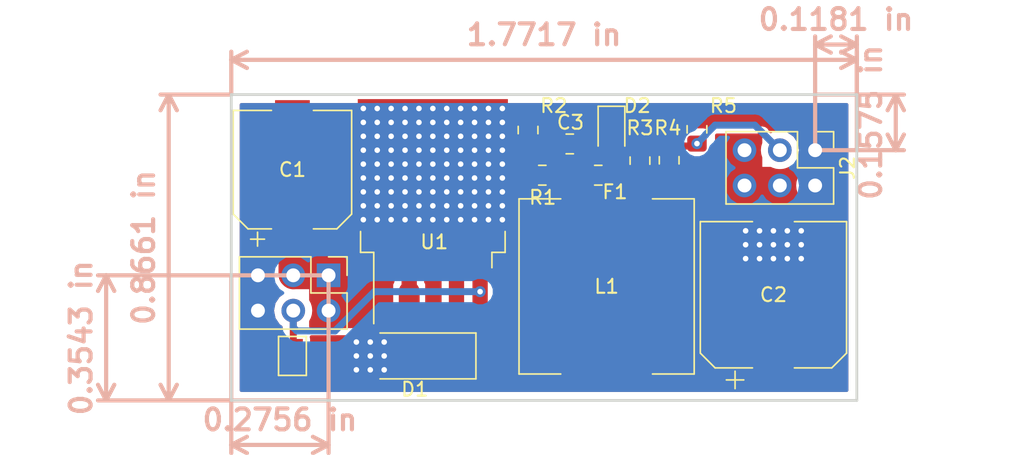
<source format=kicad_pcb>
(kicad_pcb (version 20171130) (host pcbnew 5.0.0)

  (general
    (thickness 1.6)
    (drawings 12)
    (tracks 167)
    (zones 0)
    (modules 16)
    (nets 10)
  )

  (page A4)
  (layers
    (0 F.Cu signal)
    (31 B.Cu signal)
    (32 B.Adhes user)
    (33 F.Adhes user)
    (34 B.Paste user)
    (35 F.Paste user)
    (36 B.SilkS user)
    (37 F.SilkS user)
    (38 B.Mask user)
    (39 F.Mask user)
    (40 Dwgs.User user)
    (41 Cmts.User user)
    (42 Eco1.User user)
    (43 Eco2.User user)
    (44 Edge.Cuts user)
    (45 Margin user)
    (46 B.CrtYd user)
    (47 F.CrtYd user)
    (48 B.Fab user hide)
    (49 F.Fab user hide)
  )

  (setup
    (last_trace_width 0.5)
    (user_trace_width 0.5)
    (user_trace_width 1)
    (user_trace_width 1.5)
    (user_trace_width 2)
    (trace_clearance 0.2)
    (zone_clearance 0.508)
    (zone_45_only no)
    (trace_min 0.2)
    (segment_width 0.2)
    (edge_width 0.1)
    (via_size 0.8)
    (via_drill 0.4)
    (via_min_size 0.4)
    (via_min_drill 0.3)
    (uvia_size 0.3)
    (uvia_drill 0.1)
    (uvias_allowed no)
    (uvia_min_size 0.2)
    (uvia_min_drill 0.1)
    (pcb_text_width 0.3)
    (pcb_text_size 1.5 1.5)
    (mod_edge_width 0.15)
    (mod_text_size 1 1)
    (mod_text_width 0.15)
    (pad_size 0.3 0.3)
    (pad_drill 0)
    (pad_to_mask_clearance 0)
    (aux_axis_origin 0 0)
    (visible_elements FFFFFF7F)
    (pcbplotparams
      (layerselection 0x010fc_ffffffff)
      (usegerberextensions false)
      (usegerberattributes false)
      (usegerberadvancedattributes false)
      (creategerberjobfile false)
      (excludeedgelayer true)
      (linewidth 0.100000)
      (plotframeref false)
      (viasonmask false)
      (mode 1)
      (useauxorigin false)
      (hpglpennumber 1)
      (hpglpenspeed 20)
      (hpglpendiameter 15.000000)
      (psnegative false)
      (psa4output false)
      (plotreference true)
      (plotvalue true)
      (plotinvisibletext false)
      (padsonsilk false)
      (subtractmaskfromsilk false)
      (outputformat 1)
      (mirror false)
      (drillshape 1)
      (scaleselection 1)
      (outputdirectory ""))
  )

  (net 0 "")
  (net 1 "Net-(C2-Pad1)")
  (net 2 "Net-(C3-Pad2)")
  (net 3 GND)
  (net 4 /Power_Output)
  (net 5 "Net-(D2-Pad2)")
  (net 6 /voltage_measure)
  (net 7 /Power_Input)
  (net 8 "Net-(D1-Pad1)")
  (net 9 /on-off)

  (net_class Default "Ceci est la Netclass par défaut."
    (clearance 0.2)
    (trace_width 0.25)
    (via_dia 0.8)
    (via_drill 0.4)
    (uvia_dia 0.3)
    (uvia_drill 0.1)
    (add_net /Power_Input)
    (add_net /Power_Output)
    (add_net /on-off)
    (add_net /voltage_measure)
    (add_net GND)
    (add_net "Net-(C2-Pad1)")
    (add_net "Net-(C3-Pad2)")
    (add_net "Net-(D1-Pad1)")
    (add_net "Net-(D2-Pad2)")
  )

  (module Diode_SMD:D_SMA_Handsoldering (layer F.Cu) (tedit 58643398) (tstamp 5BC7D96A)
    (at 113.2 118.8 180)
    (descr "Diode SMA (DO-214AC) Handsoldering")
    (tags "Diode SMA (DO-214AC) Handsoldering")
    (path /5BBC813D)
    (attr smd)
    (fp_text reference D1 (at 0 -2.4 180) (layer F.SilkS)
      (effects (font (size 1 1) (thickness 0.15)))
    )
    (fp_text value "D_Schottky 3A 40V" (at 0 2.6 180) (layer F.Fab)
      (effects (font (size 1 1) (thickness 0.15)))
    )
    (fp_text user %R (at 0 -2.5 180) (layer F.Fab)
      (effects (font (size 1 1) (thickness 0.15)))
    )
    (fp_line (start -4.4 -1.65) (end -4.4 1.65) (layer F.SilkS) (width 0.12))
    (fp_line (start 2.3 1.5) (end -2.3 1.5) (layer F.Fab) (width 0.1))
    (fp_line (start -2.3 1.5) (end -2.3 -1.5) (layer F.Fab) (width 0.1))
    (fp_line (start 2.3 -1.5) (end 2.3 1.5) (layer F.Fab) (width 0.1))
    (fp_line (start 2.3 -1.5) (end -2.3 -1.5) (layer F.Fab) (width 0.1))
    (fp_line (start -4.5 -1.75) (end 4.5 -1.75) (layer F.CrtYd) (width 0.05))
    (fp_line (start 4.5 -1.75) (end 4.5 1.75) (layer F.CrtYd) (width 0.05))
    (fp_line (start 4.5 1.75) (end -4.5 1.75) (layer F.CrtYd) (width 0.05))
    (fp_line (start -4.5 1.75) (end -4.5 -1.75) (layer F.CrtYd) (width 0.05))
    (fp_line (start -0.64944 0.00102) (end -1.55114 0.00102) (layer F.Fab) (width 0.1))
    (fp_line (start 0.50118 0.00102) (end 1.4994 0.00102) (layer F.Fab) (width 0.1))
    (fp_line (start -0.64944 -0.79908) (end -0.64944 0.80112) (layer F.Fab) (width 0.1))
    (fp_line (start 0.50118 0.75032) (end 0.50118 -0.79908) (layer F.Fab) (width 0.1))
    (fp_line (start -0.64944 0.00102) (end 0.50118 0.75032) (layer F.Fab) (width 0.1))
    (fp_line (start -0.64944 0.00102) (end 0.50118 -0.79908) (layer F.Fab) (width 0.1))
    (fp_line (start -4.4 1.65) (end 2.5 1.65) (layer F.SilkS) (width 0.12))
    (fp_line (start -4.4 -1.65) (end 2.5 -1.65) (layer F.SilkS) (width 0.12))
    (pad 1 smd rect (at -2.5 0 180) (size 3.5 1.8) (layers F.Cu F.Paste F.Mask)
      (net 8 "Net-(D1-Pad1)"))
    (pad 2 smd rect (at 2.5 0 180) (size 3.5 1.8) (layers F.Cu F.Paste F.Mask)
      (net 3 GND))
    (model ${KISYS3DMOD}/Diode_SMD.3dshapes/D_SMA.wrl
      (at (xyz 0 0 0))
      (scale (xyz 1 1 1))
      (rotate (xyz 0 0 0))
    )
  )

  (module Jumper:SolderJumper-2_P1.3mm_Open_TrianglePad1.0x1.5mm (layer F.Cu) (tedit 5BBD1EEA) (tstamp 5BC93AB4)
    (at 104.4 118.8 270)
    (descr "SMD Solder Jumper, 1x1.5mm Triangular Pads, 0.3mm gap, open")
    (tags "solder jumper open")
    (path /5BBD2379)
    (attr virtual)
    (fp_text reference JP1 (at 0 -2.6 270) (layer F.SilkS) hide
      (effects (font (size 1 1) (thickness 0.15)))
    )
    (fp_text value SolderJumper_2_Open (at 0 1.9 270) (layer F.Fab)
      (effects (font (size 1 1) (thickness 0.15)))
    )
    (fp_line (start -1.4 1) (end -1.4 -1) (layer F.SilkS) (width 0.12))
    (fp_line (start 1.4 1) (end -1.4 1) (layer F.SilkS) (width 0.12))
    (fp_line (start 1.4 -1) (end 1.4 1) (layer F.SilkS) (width 0.12))
    (fp_line (start -1.4 -1) (end 1.4 -1) (layer F.SilkS) (width 0.12))
    (fp_line (start -1.65 -1.25) (end 1.65 -1.25) (layer F.CrtYd) (width 0.05))
    (fp_line (start -1.65 -1.25) (end -1.65 1.25) (layer F.CrtYd) (width 0.05))
    (fp_line (start 1.65 1.25) (end 1.65 -1.25) (layer F.CrtYd) (width 0.05))
    (fp_line (start 1.65 1.25) (end -1.65 1.25) (layer F.CrtYd) (width 0.05))
    (pad 2 smd custom (at 0.725 0 270) (size 0.3 0.3) (layers F.Cu F.Mask)
      (net 3 GND) (zone_connect 2)
      (options (clearance outline) (anchor rect))
      (primitives
        (gr_poly (pts
           (xy -0.65 -0.75) (xy 0.5 -0.75) (xy 0.5 0.75) (xy -0.65 0.75) (xy -0.15 0)
) (width 0))
      ))
    (pad 1 smd custom (at -0.725 0 270) (size 0.3 0.3) (layers F.Cu F.Mask)
      (net 9 /on-off) (zone_connect 0)
      (options (clearance outline) (anchor rect))
      (primitives
        (gr_poly (pts
           (xy -0.5 -0.75) (xy 0.5 -0.75) (xy 1 0) (xy 0.5 0.75) (xy -0.5 0.75)
) (width 0))
      ))
  )

  (module Connector_PinHeader_2.54mm:PinHeader_2x03_P2.54mm_Vertical (layer F.Cu) (tedit 5BBD1EE3) (tstamp 5BD1AE8D)
    (at 107 113 270)
    (descr "Through hole straight pin header, 2x03, 2.54mm pitch, double rows")
    (tags "Through hole pin header THT 2x03 2.54mm double row")
    (path /5BBD1A1E)
    (fp_text reference J1 (at 1.27 -2.2) (layer F.SilkS) hide
      (effects (font (size 1 1) (thickness 0.15)))
    )
    (fp_text value Conn_02x03_Odd_Even (at 1.27 7.41 270) (layer F.Fab)
      (effects (font (size 1 1) (thickness 0.15)))
    )
    (fp_line (start 0 -1.27) (end 3.81 -1.27) (layer F.Fab) (width 0.1))
    (fp_line (start 3.81 -1.27) (end 3.81 6.35) (layer F.Fab) (width 0.1))
    (fp_line (start 3.81 6.35) (end -1.27 6.35) (layer F.Fab) (width 0.1))
    (fp_line (start -1.27 6.35) (end -1.27 0) (layer F.Fab) (width 0.1))
    (fp_line (start -1.27 0) (end 0 -1.27) (layer F.Fab) (width 0.1))
    (fp_line (start -1.33 6.41) (end 3.87 6.41) (layer F.SilkS) (width 0.12))
    (fp_line (start -1.33 1.27) (end -1.33 6.41) (layer F.SilkS) (width 0.12))
    (fp_line (start 3.87 -1.33) (end 3.87 6.41) (layer F.SilkS) (width 0.12))
    (fp_line (start -1.33 1.27) (end 1.27 1.27) (layer F.SilkS) (width 0.12))
    (fp_line (start 1.27 1.27) (end 1.27 -1.33) (layer F.SilkS) (width 0.12))
    (fp_line (start 1.27 -1.33) (end 3.87 -1.33) (layer F.SilkS) (width 0.12))
    (fp_line (start -1.33 0) (end -1.33 -1.33) (layer F.SilkS) (width 0.12))
    (fp_line (start -1.33 -1.33) (end 0 -1.33) (layer F.SilkS) (width 0.12))
    (fp_line (start -1.8 -1.8) (end -1.8 6.85) (layer F.CrtYd) (width 0.05))
    (fp_line (start -1.8 6.85) (end 4.35 6.85) (layer F.CrtYd) (width 0.05))
    (fp_line (start 4.35 6.85) (end 4.35 -1.8) (layer F.CrtYd) (width 0.05))
    (fp_line (start 4.35 -1.8) (end -1.8 -1.8) (layer F.CrtYd) (width 0.05))
    (fp_text user %R (at 1.27 2.54) (layer F.Fab)
      (effects (font (size 1 1) (thickness 0.15)))
    )
    (pad 1 thru_hole rect (at 0 0 270) (size 1.7 1.7) (drill 1) (layers *.Cu *.Mask)
      (net 7 /Power_Input))
    (pad 2 thru_hole oval (at 2.54 0 270) (size 1.7 1.7) (drill 1) (layers *.Cu *.Mask)
      (net 7 /Power_Input))
    (pad 3 thru_hole oval (at 0 2.54 270) (size 1.7 1.7) (drill 1) (layers *.Cu *.Mask)
      (net 7 /Power_Input))
    (pad 4 thru_hole oval (at 2.54 2.54 270) (size 1.7 1.7) (drill 1) (layers *.Cu *.Mask)
      (net 9 /on-off))
    (pad 5 thru_hole oval (at 0 5.08 270) (size 1.7 1.7) (drill 1) (layers *.Cu *.Mask)
      (net 3 GND))
    (pad 6 thru_hole oval (at 2.54 5.08 270) (size 1.7 1.7) (drill 1) (layers *.Cu *.Mask)
      (net 3 GND))
    (model ${KISYS3DMOD}/Connector_PinHeader_2.54mm.3dshapes/PinHeader_2x03_P2.54mm_Vertical.wrl
      (at (xyz 0 0 0))
      (scale (xyz 1 1 1))
      (rotate (xyz 0 0 0))
    )
  )

  (module Connector_PinHeader_2.54mm:PinHeader_2x03_P2.54mm_Vertical (layer F.Cu) (tedit 59FED5CC) (tstamp 5BD1A1A1)
    (at 142 104 270)
    (descr "Through hole straight pin header, 2x03, 2.54mm pitch, double rows")
    (tags "Through hole pin header THT 2x03 2.54mm double row")
    (path /5BBD0364)
    (fp_text reference J2 (at 1.27 -2.33 270) (layer F.SilkS)
      (effects (font (size 1 1) (thickness 0.15)))
    )
    (fp_text value Conn_02x03_Odd_Even (at 1.27 7.41 270) (layer F.Fab)
      (effects (font (size 1 1) (thickness 0.15)))
    )
    (fp_line (start 0 -1.27) (end 3.81 -1.27) (layer F.Fab) (width 0.1))
    (fp_line (start 3.81 -1.27) (end 3.81 6.35) (layer F.Fab) (width 0.1))
    (fp_line (start 3.81 6.35) (end -1.27 6.35) (layer F.Fab) (width 0.1))
    (fp_line (start -1.27 6.35) (end -1.27 0) (layer F.Fab) (width 0.1))
    (fp_line (start -1.27 0) (end 0 -1.27) (layer F.Fab) (width 0.1))
    (fp_line (start -1.33 6.41) (end 3.87 6.41) (layer F.SilkS) (width 0.12))
    (fp_line (start -1.33 1.27) (end -1.33 6.41) (layer F.SilkS) (width 0.12))
    (fp_line (start 3.87 -1.33) (end 3.87 6.41) (layer F.SilkS) (width 0.12))
    (fp_line (start -1.33 1.27) (end 1.27 1.27) (layer F.SilkS) (width 0.12))
    (fp_line (start 1.27 1.27) (end 1.27 -1.33) (layer F.SilkS) (width 0.12))
    (fp_line (start 1.27 -1.33) (end 3.87 -1.33) (layer F.SilkS) (width 0.12))
    (fp_line (start -1.33 0) (end -1.33 -1.33) (layer F.SilkS) (width 0.12))
    (fp_line (start -1.33 -1.33) (end 0 -1.33) (layer F.SilkS) (width 0.12))
    (fp_line (start -1.8 -1.8) (end -1.8 6.85) (layer F.CrtYd) (width 0.05))
    (fp_line (start -1.8 6.85) (end 4.35 6.85) (layer F.CrtYd) (width 0.05))
    (fp_line (start 4.35 6.85) (end 4.35 -1.8) (layer F.CrtYd) (width 0.05))
    (fp_line (start 4.35 -1.8) (end -1.8 -1.8) (layer F.CrtYd) (width 0.05))
    (fp_text user %R (at 1.27 2.54) (layer F.Fab)
      (effects (font (size 1 1) (thickness 0.15)))
    )
    (pad 1 thru_hole rect (at 0 0 270) (size 1.7 1.7) (drill 1) (layers *.Cu *.Mask)
      (net 3 GND))
    (pad 2 thru_hole oval (at 2.54 0 270) (size 1.7 1.7) (drill 1) (layers *.Cu *.Mask)
      (net 3 GND))
    (pad 3 thru_hole oval (at 0 2.54 270) (size 1.7 1.7) (drill 1) (layers *.Cu *.Mask)
      (net 6 /voltage_measure))
    (pad 4 thru_hole oval (at 2.54 2.54 270) (size 1.7 1.7) (drill 1) (layers *.Cu *.Mask)
      (net 4 /Power_Output))
    (pad 5 thru_hole oval (at 0 5.08 270) (size 1.7 1.7) (drill 1) (layers *.Cu *.Mask)
      (net 4 /Power_Output))
    (pad 6 thru_hole oval (at 2.54 5.08 270) (size 1.7 1.7) (drill 1) (layers *.Cu *.Mask)
      (net 4 /Power_Output))
    (model ${KISYS3DMOD}/Connector_PinHeader_2.54mm.3dshapes/PinHeader_2x03_P2.54mm_Vertical.wrl
      (at (xyz 0 0 0))
      (scale (xyz 1 1 1))
      (rotate (xyz 0 0 0))
    )
  )

  (module Capacitor_SMD:CP_Elec_10x10 (layer F.Cu) (tedit 5A841F9D) (tstamp 5BC7F858)
    (at 139 114.4 90)
    (descr "SMT capacitor, aluminium electrolytic, 10x10, Nichicon ")
    (tags "Capacitor Electrolytic")
    (path /5BBC80DB)
    (attr smd)
    (fp_text reference C2 (at 0 0 180) (layer F.SilkS)
      (effects (font (size 1 1) (thickness 0.15)))
    )
    (fp_text value 220uF (at 0 6.2 90) (layer F.Fab)
      (effects (font (size 1 1) (thickness 0.15)))
    )
    (fp_text user %R (at 0 0 90) (layer F.Fab)
      (effects (font (size 1 1) (thickness 0.15)))
    )
    (fp_line (start -6.25 1.5) (end -5.4 1.5) (layer F.CrtYd) (width 0.05))
    (fp_line (start -6.25 -1.5) (end -6.25 1.5) (layer F.CrtYd) (width 0.05))
    (fp_line (start -5.4 -1.5) (end -6.25 -1.5) (layer F.CrtYd) (width 0.05))
    (fp_line (start -5.4 1.5) (end -5.4 4.25) (layer F.CrtYd) (width 0.05))
    (fp_line (start -5.4 -4.25) (end -5.4 -1.5) (layer F.CrtYd) (width 0.05))
    (fp_line (start -5.4 -4.25) (end -4.25 -5.4) (layer F.CrtYd) (width 0.05))
    (fp_line (start -5.4 4.25) (end -4.25 5.4) (layer F.CrtYd) (width 0.05))
    (fp_line (start -4.25 -5.4) (end 5.4 -5.4) (layer F.CrtYd) (width 0.05))
    (fp_line (start -4.25 5.4) (end 5.4 5.4) (layer F.CrtYd) (width 0.05))
    (fp_line (start 5.4 1.5) (end 5.4 5.4) (layer F.CrtYd) (width 0.05))
    (fp_line (start 6.25 1.5) (end 5.4 1.5) (layer F.CrtYd) (width 0.05))
    (fp_line (start 6.25 -1.5) (end 6.25 1.5) (layer F.CrtYd) (width 0.05))
    (fp_line (start 5.4 -1.5) (end 6.25 -1.5) (layer F.CrtYd) (width 0.05))
    (fp_line (start 5.4 -5.4) (end 5.4 -1.5) (layer F.CrtYd) (width 0.05))
    (fp_line (start -6.125 -3.385) (end -6.125 -2.135) (layer F.SilkS) (width 0.12))
    (fp_line (start -6.75 -2.76) (end -5.5 -2.76) (layer F.SilkS) (width 0.12))
    (fp_line (start -5.26 4.195563) (end -4.195563 5.26) (layer F.SilkS) (width 0.12))
    (fp_line (start -5.26 -4.195563) (end -4.195563 -5.26) (layer F.SilkS) (width 0.12))
    (fp_line (start -5.26 -4.195563) (end -5.26 -1.51) (layer F.SilkS) (width 0.12))
    (fp_line (start -5.26 4.195563) (end -5.26 1.51) (layer F.SilkS) (width 0.12))
    (fp_line (start -4.195563 5.26) (end 5.26 5.26) (layer F.SilkS) (width 0.12))
    (fp_line (start -4.195563 -5.26) (end 5.26 -5.26) (layer F.SilkS) (width 0.12))
    (fp_line (start 5.26 -5.26) (end 5.26 -1.51) (layer F.SilkS) (width 0.12))
    (fp_line (start 5.26 5.26) (end 5.26 1.51) (layer F.SilkS) (width 0.12))
    (fp_line (start -4.058325 -2.2) (end -4.058325 -1.2) (layer F.Fab) (width 0.1))
    (fp_line (start -4.558325 -1.7) (end -3.558325 -1.7) (layer F.Fab) (width 0.1))
    (fp_line (start -5.15 4.15) (end -4.15 5.15) (layer F.Fab) (width 0.1))
    (fp_line (start -5.15 -4.15) (end -4.15 -5.15) (layer F.Fab) (width 0.1))
    (fp_line (start -5.15 -4.15) (end -5.15 4.15) (layer F.Fab) (width 0.1))
    (fp_line (start -4.15 5.15) (end 5.15 5.15) (layer F.Fab) (width 0.1))
    (fp_line (start -4.15 -5.15) (end 5.15 -5.15) (layer F.Fab) (width 0.1))
    (fp_line (start 5.15 -5.15) (end 5.15 5.15) (layer F.Fab) (width 0.1))
    (fp_circle (center 0 0) (end 5 0) (layer F.Fab) (width 0.1))
    (pad 2 smd rect (at 4 0 90) (size 4 2.5) (layers F.Cu F.Paste F.Mask)
      (net 3 GND))
    (pad 1 smd rect (at -4 0 90) (size 4 2.5) (layers F.Cu F.Paste F.Mask)
      (net 1 "Net-(C2-Pad1)"))
    (model ${KISYS3DMOD}/Capacitor_SMD.3dshapes/CP_Elec_10x10.wrl
      (at (xyz 0 0 0))
      (scale (xyz 1 1 1))
      (rotate (xyz 0 0 0))
    )
  )

  (module Capacitor_SMD:CP_Elec_8x10 (layer F.Cu) (tedit 5BBD158C) (tstamp 5BC7D9D5)
    (at 104.4 105.4 90)
    (descr "SMT capacitor, aluminium electrolytic, 8x10, Nichicon ")
    (tags "Capacitor Electrolytic")
    (path /5BBC812B)
    (attr smd)
    (fp_text reference C1 (at 0 0 180) (layer F.SilkS)
      (effects (font (size 1 1) (thickness 0.15)))
    )
    (fp_text value 100uF (at 0 5.2 90) (layer F.Fab)
      (effects (font (size 1 1) (thickness 0.15)))
    )
    (fp_circle (center 0 0) (end 4 0) (layer F.Fab) (width 0.1))
    (fp_line (start 4.15 -4.15) (end 4.15 4.15) (layer F.Fab) (width 0.1))
    (fp_line (start -3.15 -4.15) (end 4.15 -4.15) (layer F.Fab) (width 0.1))
    (fp_line (start -3.15 4.15) (end 4.15 4.15) (layer F.Fab) (width 0.1))
    (fp_line (start -4.15 -3.15) (end -4.15 3.15) (layer F.Fab) (width 0.1))
    (fp_line (start -4.15 -3.15) (end -3.15 -4.15) (layer F.Fab) (width 0.1))
    (fp_line (start -4.15 3.15) (end -3.15 4.15) (layer F.Fab) (width 0.1))
    (fp_line (start -3.562278 -1.5) (end -2.762278 -1.5) (layer F.Fab) (width 0.1))
    (fp_line (start -3.162278 -1.9) (end -3.162278 -1.1) (layer F.Fab) (width 0.1))
    (fp_line (start 4.26 4.26) (end 4.26 1.51) (layer F.SilkS) (width 0.12))
    (fp_line (start 4.26 -4.26) (end 4.26 -1.51) (layer F.SilkS) (width 0.12))
    (fp_line (start -3.195563 -4.26) (end 4.26 -4.26) (layer F.SilkS) (width 0.12))
    (fp_line (start -3.195563 4.26) (end 4.26 4.26) (layer F.SilkS) (width 0.12))
    (fp_line (start -4.26 3.195563) (end -4.26 1.51) (layer F.SilkS) (width 0.12))
    (fp_line (start -4.26 -3.195563) (end -4.26 -1.51) (layer F.SilkS) (width 0.12))
    (fp_line (start -4.26 -3.195563) (end -3.195563 -4.26) (layer F.SilkS) (width 0.12))
    (fp_line (start -4.26 3.195563) (end -3.195563 4.26) (layer F.SilkS) (width 0.12))
    (fp_line (start -5.5 -2.51) (end -4.5 -2.51) (layer F.SilkS) (width 0.12))
    (fp_line (start -5 -3.01) (end -5 -2.01) (layer F.SilkS) (width 0.12))
    (fp_line (start 4.4 -4.4) (end 4.4 -1.5) (layer F.CrtYd) (width 0.05))
    (fp_line (start 4.4 -1.5) (end 5.25 -1.5) (layer F.CrtYd) (width 0.05))
    (fp_line (start 5.25 -1.5) (end 5.25 1.5) (layer F.CrtYd) (width 0.05))
    (fp_line (start 5.25 1.5) (end 4.4 1.5) (layer F.CrtYd) (width 0.05))
    (fp_line (start 4.4 1.5) (end 4.4 4.4) (layer F.CrtYd) (width 0.05))
    (fp_line (start -3.25 4.4) (end 4.4 4.4) (layer F.CrtYd) (width 0.05))
    (fp_line (start -3.25 -4.4) (end 4.4 -4.4) (layer F.CrtYd) (width 0.05))
    (fp_line (start -4.4 3.25) (end -3.25 4.4) (layer F.CrtYd) (width 0.05))
    (fp_line (start -4.4 -3.25) (end -3.25 -4.4) (layer F.CrtYd) (width 0.05))
    (fp_line (start -4.4 -3.25) (end -4.4 -1.5) (layer F.CrtYd) (width 0.05))
    (fp_line (start -4.4 1.5) (end -4.4 3.25) (layer F.CrtYd) (width 0.05))
    (fp_line (start -4.4 -1.5) (end -5.25 -1.5) (layer F.CrtYd) (width 0.05))
    (fp_line (start -5.25 -1.5) (end -5.25 1.5) (layer F.CrtYd) (width 0.05))
    (fp_line (start -5.25 1.5) (end -4.4 1.5) (layer F.CrtYd) (width 0.05))
    (fp_text user %R (at 0 0 90) (layer F.Fab)
      (effects (font (size 1 1) (thickness 0.15)))
    )
    (pad 1 smd rect (at -3.25 0 90) (size 3.5 2.5) (layers F.Cu F.Paste F.Mask)
      (net 7 /Power_Input))
    (pad 2 smd rect (at 3.25 0 90) (size 3.5 2.5) (layers F.Cu F.Paste F.Mask)
      (net 3 GND))
    (model ${KISYS3DMOD}/Capacitor_SMD.3dshapes/CP_Elec_8x10.wrl
      (at (xyz 0 0 0))
      (scale (xyz 1 1 1))
      (rotate (xyz 0 0 0))
    )
  )

  (module Capacitor_SMD:C_0805_2012Metric_Pad1.15x1.40mm_HandSolder (layer F.Cu) (tedit 5B36C52B) (tstamp 5BC7D9AD)
    (at 124.35 103.55 180)
    (descr "Capacitor SMD 0805 (2012 Metric), square (rectangular) end terminal, IPC_7351 nominal with elongated pad for handsoldering. (Body size source: https://docs.google.com/spreadsheets/d/1BsfQQcO9C6DZCsRaXUlFlo91Tg2WpOkGARC1WS5S8t0/edit?usp=sharing), generated with kicad-footprint-generator")
    (tags "capacitor handsolder")
    (path /5BBC810B)
    (attr smd)
    (fp_text reference C3 (at -0.05 1.55) (layer F.SilkS)
      (effects (font (size 1 1) (thickness 0.15)))
    )
    (fp_text value 15nF (at 0 1.65 180) (layer F.Fab)
      (effects (font (size 1 1) (thickness 0.15)))
    )
    (fp_text user %R (at 0 0 180) (layer F.Fab)
      (effects (font (size 0.5 0.5) (thickness 0.08)))
    )
    (fp_line (start 1.85 0.95) (end -1.85 0.95) (layer F.CrtYd) (width 0.05))
    (fp_line (start 1.85 -0.95) (end 1.85 0.95) (layer F.CrtYd) (width 0.05))
    (fp_line (start -1.85 -0.95) (end 1.85 -0.95) (layer F.CrtYd) (width 0.05))
    (fp_line (start -1.85 0.95) (end -1.85 -0.95) (layer F.CrtYd) (width 0.05))
    (fp_line (start -0.261252 0.71) (end 0.261252 0.71) (layer F.SilkS) (width 0.12))
    (fp_line (start -0.261252 -0.71) (end 0.261252 -0.71) (layer F.SilkS) (width 0.12))
    (fp_line (start 1 0.6) (end -1 0.6) (layer F.Fab) (width 0.1))
    (fp_line (start 1 -0.6) (end 1 0.6) (layer F.Fab) (width 0.1))
    (fp_line (start -1 -0.6) (end 1 -0.6) (layer F.Fab) (width 0.1))
    (fp_line (start -1 0.6) (end -1 -0.6) (layer F.Fab) (width 0.1))
    (pad 2 smd roundrect (at 1.025 0 180) (size 1.15 1.4) (layers F.Cu F.Paste F.Mask) (roundrect_rratio 0.217391)
      (net 2 "Net-(C3-Pad2)"))
    (pad 1 smd roundrect (at -1.025 0 180) (size 1.15 1.4) (layers F.Cu F.Paste F.Mask) (roundrect_rratio 0.217391)
      (net 1 "Net-(C2-Pad1)"))
    (model ${KISYS3DMOD}/Capacitor_SMD.3dshapes/C_0805_2012Metric.wrl
      (at (xyz 0 0 0))
      (scale (xyz 1 1 1))
      (rotate (xyz 0 0 0))
    )
  )

  (module Fuse:Fuse_0805_2012Metric_Pad1.15x1.40mm_HandSolder (layer F.Cu) (tedit 5B36C52C) (tstamp 5BC7D952)
    (at 126.4 105.8 180)
    (descr "Fuse SMD 0805 (2012 Metric), square (rectangular) end terminal, IPC_7351 nominal with elongated pad for handsoldering. (Body size source: https://docs.google.com/spreadsheets/d/1BsfQQcO9C6DZCsRaXUlFlo91Tg2WpOkGARC1WS5S8t0/edit?usp=sharing), generated with kicad-footprint-generator")
    (tags "resistor handsolder")
    (path /5BBC814D)
    (attr smd)
    (fp_text reference F1 (at -1.2 -1.2 180) (layer F.SilkS)
      (effects (font (size 1 1) (thickness 0.15)))
    )
    (fp_text value Fuse (at 0 1.65 180) (layer F.Fab)
      (effects (font (size 1 1) (thickness 0.15)))
    )
    (fp_text user %R (at 0 0 180) (layer F.Fab)
      (effects (font (size 0.5 0.5) (thickness 0.08)))
    )
    (fp_line (start 1.85 0.95) (end -1.85 0.95) (layer F.CrtYd) (width 0.05))
    (fp_line (start 1.85 -0.95) (end 1.85 0.95) (layer F.CrtYd) (width 0.05))
    (fp_line (start -1.85 -0.95) (end 1.85 -0.95) (layer F.CrtYd) (width 0.05))
    (fp_line (start -1.85 0.95) (end -1.85 -0.95) (layer F.CrtYd) (width 0.05))
    (fp_line (start -0.261252 0.71) (end 0.261252 0.71) (layer F.SilkS) (width 0.12))
    (fp_line (start -0.261252 -0.71) (end 0.261252 -0.71) (layer F.SilkS) (width 0.12))
    (fp_line (start 1 0.6) (end -1 0.6) (layer F.Fab) (width 0.1))
    (fp_line (start 1 -0.6) (end 1 0.6) (layer F.Fab) (width 0.1))
    (fp_line (start -1 -0.6) (end 1 -0.6) (layer F.Fab) (width 0.1))
    (fp_line (start -1 0.6) (end -1 -0.6) (layer F.Fab) (width 0.1))
    (pad 2 smd roundrect (at 1.025 0 180) (size 1.15 1.4) (layers F.Cu F.Paste F.Mask) (roundrect_rratio 0.217391)
      (net 1 "Net-(C2-Pad1)"))
    (pad 1 smd roundrect (at -1.025 0 180) (size 1.15 1.4) (layers F.Cu F.Paste F.Mask) (roundrect_rratio 0.217391)
      (net 4 /Power_Output))
    (model ${KISYS3DMOD}/Fuse.3dshapes/Fuse_0805_2012Metric.wrl
      (at (xyz 0 0 0))
      (scale (xyz 1 1 1))
      (rotate (xyz 0 0 0))
    )
  )

  (module Inductor_SMD:L_12x12mm_H8mm (layer F.Cu) (tedit 5990349C) (tstamp 5BC7D941)
    (at 127 113.8 90)
    (descr "Choke, SMD, 12x12mm 8mm height")
    (tags "Choke SMD")
    (path /5BBC8145)
    (attr smd)
    (fp_text reference L1 (at 0 0) (layer F.SilkS)
      (effects (font (size 1 1) (thickness 0.15)))
    )
    (fp_text value 33uH (at 0 7.6 90) (layer F.Fab)
      (effects (font (size 1 1) (thickness 0.15)))
    )
    (fp_text user %R (at 0 0 90) (layer F.Fab)
      (effects (font (size 1 1) (thickness 0.15)))
    )
    (fp_line (start 6.3 3.3) (end 6.3 6.3) (layer F.SilkS) (width 0.12))
    (fp_line (start 6.3 6.3) (end -6.3 6.3) (layer F.SilkS) (width 0.12))
    (fp_line (start -6.3 6.3) (end -6.3 3.3) (layer F.SilkS) (width 0.12))
    (fp_line (start -6.3 -3.3) (end -6.3 -6.3) (layer F.SilkS) (width 0.12))
    (fp_line (start -6.3 -6.3) (end 6.3 -6.3) (layer F.SilkS) (width 0.12))
    (fp_line (start 6.3 -6.3) (end 6.3 -3.3) (layer F.SilkS) (width 0.12))
    (fp_line (start -6.86 -6.6) (end 6.86 -6.6) (layer F.CrtYd) (width 0.05))
    (fp_line (start 6.86 -6.6) (end 6.86 6.6) (layer F.CrtYd) (width 0.05))
    (fp_line (start 6.86 6.6) (end -6.86 6.6) (layer F.CrtYd) (width 0.05))
    (fp_line (start -6.86 6.6) (end -6.86 -6.6) (layer F.CrtYd) (width 0.05))
    (fp_line (start 4.9 3.3) (end 5 3.4) (layer F.Fab) (width 0.1))
    (fp_line (start 5 3.4) (end 5.1 3.8) (layer F.Fab) (width 0.1))
    (fp_line (start 5.1 3.8) (end 5 4.3) (layer F.Fab) (width 0.1))
    (fp_line (start 5 4.3) (end 4.8 4.6) (layer F.Fab) (width 0.1))
    (fp_line (start 4.8 4.6) (end 4.5 5) (layer F.Fab) (width 0.1))
    (fp_line (start 4.5 5) (end 4 5.1) (layer F.Fab) (width 0.1))
    (fp_line (start 4 5.1) (end 3.5 5) (layer F.Fab) (width 0.1))
    (fp_line (start 3.5 5) (end 3.1 4.7) (layer F.Fab) (width 0.1))
    (fp_line (start 3.1 4.7) (end 3 4.6) (layer F.Fab) (width 0.1))
    (fp_line (start 3 4.6) (end 2.4 5) (layer F.Fab) (width 0.1))
    (fp_line (start 2.4 5) (end 1.6 5.3) (layer F.Fab) (width 0.1))
    (fp_line (start 1.6 5.3) (end 0.6 5.5) (layer F.Fab) (width 0.1))
    (fp_line (start 0.6 5.5) (end -0.6 5.5) (layer F.Fab) (width 0.1))
    (fp_line (start -0.6 5.5) (end -1.5 5.3) (layer F.Fab) (width 0.1))
    (fp_line (start -1.5 5.3) (end -2.1 5.1) (layer F.Fab) (width 0.1))
    (fp_line (start -2.1 5.1) (end -2.6 4.9) (layer F.Fab) (width 0.1))
    (fp_line (start -2.6 4.9) (end -3 4.7) (layer F.Fab) (width 0.1))
    (fp_line (start -3 4.7) (end -3.3 4.9) (layer F.Fab) (width 0.1))
    (fp_line (start -3.3 4.9) (end -3.9 5.1) (layer F.Fab) (width 0.1))
    (fp_line (start -3.9 5.1) (end -4.3 5) (layer F.Fab) (width 0.1))
    (fp_line (start -4.3 5) (end -4.6 4.8) (layer F.Fab) (width 0.1))
    (fp_line (start -4.6 4.8) (end -4.9 4.6) (layer F.Fab) (width 0.1))
    (fp_line (start -4.9 4.6) (end -5.1 4.1) (layer F.Fab) (width 0.1))
    (fp_line (start -5.1 4.1) (end -5 3.6) (layer F.Fab) (width 0.1))
    (fp_line (start -5 3.6) (end -4.8 3.2) (layer F.Fab) (width 0.1))
    (fp_line (start 4.9 -3.3) (end 5 -3.6) (layer F.Fab) (width 0.1))
    (fp_line (start 5 -3.6) (end 5.1 -4) (layer F.Fab) (width 0.1))
    (fp_line (start 5.1 -4) (end 5 -4.3) (layer F.Fab) (width 0.1))
    (fp_line (start 5 -4.3) (end 4.8 -4.7) (layer F.Fab) (width 0.1))
    (fp_line (start 4.8 -4.7) (end 4.5 -4.9) (layer F.Fab) (width 0.1))
    (fp_line (start 4.5 -4.9) (end 4.2 -5.1) (layer F.Fab) (width 0.1))
    (fp_line (start 4.2 -5.1) (end 3.9 -5.1) (layer F.Fab) (width 0.1))
    (fp_line (start 3.9 -5.1) (end 3.6 -5) (layer F.Fab) (width 0.1))
    (fp_line (start 3.6 -5) (end 3.3 -4.9) (layer F.Fab) (width 0.1))
    (fp_line (start 3.3 -4.9) (end 3 -4.6) (layer F.Fab) (width 0.1))
    (fp_line (start 3 -4.6) (end 2.6 -4.9) (layer F.Fab) (width 0.1))
    (fp_line (start 2.6 -4.9) (end 2.2 -5.1) (layer F.Fab) (width 0.1))
    (fp_line (start 2.2 -5.1) (end 1.7 -5.3) (layer F.Fab) (width 0.1))
    (fp_line (start 1.7 -5.3) (end 0.9 -5.5) (layer F.Fab) (width 0.1))
    (fp_line (start 0.9 -5.5) (end 0 -5.6) (layer F.Fab) (width 0.1))
    (fp_line (start 0 -5.6) (end -0.8 -5.5) (layer F.Fab) (width 0.1))
    (fp_line (start -0.8 -5.5) (end -1.7 -5.3) (layer F.Fab) (width 0.1))
    (fp_line (start -1.7 -5.3) (end -2.6 -4.9) (layer F.Fab) (width 0.1))
    (fp_line (start -2.6 -4.9) (end -3 -4.7) (layer F.Fab) (width 0.1))
    (fp_line (start -3 -4.7) (end -3.3 -4.9) (layer F.Fab) (width 0.1))
    (fp_line (start -3.3 -4.9) (end -3.7 -5.1) (layer F.Fab) (width 0.1))
    (fp_line (start -3.7 -5.1) (end -4.2 -5) (layer F.Fab) (width 0.1))
    (fp_line (start -4.2 -5) (end -4.6 -4.8) (layer F.Fab) (width 0.1))
    (fp_line (start -4.6 -4.8) (end -4.9 -4.5) (layer F.Fab) (width 0.1))
    (fp_line (start -4.9 -4.5) (end -5.1 -4) (layer F.Fab) (width 0.1))
    (fp_line (start -5.1 -4) (end -5 -3.5) (layer F.Fab) (width 0.1))
    (fp_line (start -5 -3.5) (end -4.8 -3.2) (layer F.Fab) (width 0.1))
    (fp_line (start -6.2 3.3) (end -6.2 6.2) (layer F.Fab) (width 0.1))
    (fp_line (start -6.2 6.2) (end 6.2 6.2) (layer F.Fab) (width 0.1))
    (fp_line (start 6.2 6.2) (end 6.2 3.3) (layer F.Fab) (width 0.1))
    (fp_line (start 6.2 -6.2) (end -6.2 -6.2) (layer F.Fab) (width 0.1))
    (fp_line (start -6.2 -6.2) (end -6.2 -3.3) (layer F.Fab) (width 0.1))
    (fp_line (start 6.2 -6.2) (end 6.2 -3.3) (layer F.Fab) (width 0.1))
    (fp_circle (center 0 0) (end 0.9 0) (layer F.Adhes) (width 0.38))
    (fp_circle (center 0 0) (end 0.55 0) (layer F.Adhes) (width 0.38))
    (fp_circle (center 0 0) (end 0.15 0.15) (layer F.Adhes) (width 0.38))
    (fp_circle (center -2.1 3) (end -1.8 3.25) (layer F.Fab) (width 0.1))
    (pad 1 smd rect (at -4.95 0 90) (size 2.9 5.4) (layers F.Cu F.Paste F.Mask)
      (net 8 "Net-(D1-Pad1)"))
    (pad 2 smd rect (at 4.95 0 90) (size 2.9 5.4) (layers F.Cu F.Paste F.Mask)
      (net 1 "Net-(C2-Pad1)"))
    (model ${KISYS3DMOD}/Inductor_SMD.3dshapes/L_12x12mm_H8mm.wrl
      (at (xyz 0 0 0))
      (scale (xyz 1 1 1))
      (rotate (xyz 0 0 0))
    )
  )

  (module LED_SMD:LED_0805_2012Metric_Pad1.15x1.40mm_HandSolder (layer F.Cu) (tedit 5B4B45C9) (tstamp 5BC7D8DC)
    (at 127.35 102.7 270)
    (descr "LED SMD 0805 (2012 Metric), square (rectangular) end terminal, IPC_7351 nominal, (Body size source: https://docs.google.com/spreadsheets/d/1BsfQQcO9C6DZCsRaXUlFlo91Tg2WpOkGARC1WS5S8t0/edit?usp=sharing), generated with kicad-footprint-generator")
    (tags "LED handsolder")
    (path /5BBC816C)
    (attr smd)
    (fp_text reference D2 (at -1.9 -1.85 180) (layer F.SilkS)
      (effects (font (size 1 1) (thickness 0.15)))
    )
    (fp_text value LED (at 0 1.65 270) (layer F.Fab)
      (effects (font (size 1 1) (thickness 0.15)))
    )
    (fp_line (start 1 -0.6) (end -0.7 -0.6) (layer F.Fab) (width 0.1))
    (fp_line (start -0.7 -0.6) (end -1 -0.3) (layer F.Fab) (width 0.1))
    (fp_line (start -1 -0.3) (end -1 0.6) (layer F.Fab) (width 0.1))
    (fp_line (start -1 0.6) (end 1 0.6) (layer F.Fab) (width 0.1))
    (fp_line (start 1 0.6) (end 1 -0.6) (layer F.Fab) (width 0.1))
    (fp_line (start 1 -0.96) (end -1.86 -0.96) (layer F.SilkS) (width 0.12))
    (fp_line (start -1.86 -0.96) (end -1.86 0.96) (layer F.SilkS) (width 0.12))
    (fp_line (start -1.86 0.96) (end 1 0.96) (layer F.SilkS) (width 0.12))
    (fp_line (start -1.85 0.95) (end -1.85 -0.95) (layer F.CrtYd) (width 0.05))
    (fp_line (start -1.85 -0.95) (end 1.85 -0.95) (layer F.CrtYd) (width 0.05))
    (fp_line (start 1.85 -0.95) (end 1.85 0.95) (layer F.CrtYd) (width 0.05))
    (fp_line (start 1.85 0.95) (end -1.85 0.95) (layer F.CrtYd) (width 0.05))
    (fp_text user %R (at 0 0 270) (layer F.Fab)
      (effects (font (size 0.5 0.5) (thickness 0.08)))
    )
    (pad 1 smd roundrect (at -1.025 0 270) (size 1.15 1.4) (layers F.Cu F.Paste F.Mask) (roundrect_rratio 0.217391)
      (net 3 GND))
    (pad 2 smd roundrect (at 1.025 0 270) (size 1.15 1.4) (layers F.Cu F.Paste F.Mask) (roundrect_rratio 0.217391)
      (net 5 "Net-(D2-Pad2)"))
    (model ${KISYS3DMOD}/LED_SMD.3dshapes/LED_0805_2012Metric.wrl
      (at (xyz 0 0 0))
      (scale (xyz 1 1 1))
      (rotate (xyz 0 0 0))
    )
  )

  (module Package_TO_SOT_SMD:TO-263-5_TabPin3 (layer F.Cu) (tedit 5BBD1593) (tstamp 5BC7D8C9)
    (at 114.5 108.4 90)
    (descr "TO-263 / D2PAK / DDPAK SMD package, http://www.infineon.com/cms/en/product/packages/PG-TO263/PG-TO263-5-1/")
    (tags "D2PAK DDPAK TO-263 D2PAK-5 TO-263-5 SOT-426")
    (path /5BBC80D4)
    (attr smd)
    (fp_text reference U1 (at -2.2 0.1 180) (layer F.SilkS)
      (effects (font (size 1 1) (thickness 0.15)))
    )
    (fp_text value LM2596S-ADJ (at 0 6.65 90) (layer F.Fab)
      (effects (font (size 1 1) (thickness 0.15)))
    )
    (fp_text user %R (at 0 0 90) (layer F.Fab)
      (effects (font (size 1 1) (thickness 0.15)))
    )
    (fp_line (start 8.32 -5.65) (end -8.32 -5.65) (layer F.CrtYd) (width 0.05))
    (fp_line (start 8.32 5.65) (end 8.32 -5.65) (layer F.CrtYd) (width 0.05))
    (fp_line (start -8.32 5.65) (end 8.32 5.65) (layer F.CrtYd) (width 0.05))
    (fp_line (start -8.32 -5.65) (end -8.32 5.65) (layer F.CrtYd) (width 0.05))
    (fp_line (start -2.95 4.25) (end -4.05 4.25) (layer F.SilkS) (width 0.12))
    (fp_line (start -2.95 5.2) (end -2.95 4.25) (layer F.SilkS) (width 0.12))
    (fp_line (start -1.45 5.2) (end -2.95 5.2) (layer F.SilkS) (width 0.12))
    (fp_line (start -2.95 -4.25) (end -8.075 -4.25) (layer F.SilkS) (width 0.12))
    (fp_line (start -2.95 -5.2) (end -2.95 -4.25) (layer F.SilkS) (width 0.12))
    (fp_line (start -1.45 -5.2) (end -2.95 -5.2) (layer F.SilkS) (width 0.12))
    (fp_line (start -7.45 3.8) (end -2.75 3.8) (layer F.Fab) (width 0.1))
    (fp_line (start -7.45 3) (end -7.45 3.8) (layer F.Fab) (width 0.1))
    (fp_line (start -2.75 3) (end -7.45 3) (layer F.Fab) (width 0.1))
    (fp_line (start -7.45 2.1) (end -2.75 2.1) (layer F.Fab) (width 0.1))
    (fp_line (start -7.45 1.3) (end -7.45 2.1) (layer F.Fab) (width 0.1))
    (fp_line (start -2.75 1.3) (end -7.45 1.3) (layer F.Fab) (width 0.1))
    (fp_line (start -7.45 0.4) (end -2.75 0.4) (layer F.Fab) (width 0.1))
    (fp_line (start -7.45 -0.4) (end -7.45 0.4) (layer F.Fab) (width 0.1))
    (fp_line (start -2.75 -0.4) (end -7.45 -0.4) (layer F.Fab) (width 0.1))
    (fp_line (start -7.45 -1.3) (end -2.75 -1.3) (layer F.Fab) (width 0.1))
    (fp_line (start -7.45 -2.1) (end -7.45 -1.3) (layer F.Fab) (width 0.1))
    (fp_line (start -2.75 -2.1) (end -7.45 -2.1) (layer F.Fab) (width 0.1))
    (fp_line (start -7.45 -3) (end -2.75 -3) (layer F.Fab) (width 0.1))
    (fp_line (start -7.45 -3.8) (end -7.45 -3) (layer F.Fab) (width 0.1))
    (fp_line (start -2.75 -3.8) (end -7.45 -3.8) (layer F.Fab) (width 0.1))
    (fp_line (start -1.75 -5) (end 6.5 -5) (layer F.Fab) (width 0.1))
    (fp_line (start -2.75 -4) (end -1.75 -5) (layer F.Fab) (width 0.1))
    (fp_line (start -2.75 5) (end -2.75 -4) (layer F.Fab) (width 0.1))
    (fp_line (start 6.5 5) (end -2.75 5) (layer F.Fab) (width 0.1))
    (fp_line (start 6.5 -5) (end 6.5 5) (layer F.Fab) (width 0.1))
    (fp_line (start 7.5 5) (end 6.5 5) (layer F.Fab) (width 0.1))
    (fp_line (start 7.5 -5) (end 7.5 5) (layer F.Fab) (width 0.1))
    (fp_line (start 6.5 -5) (end 7.5 -5) (layer F.Fab) (width 0.1))
    (pad "" smd rect (at 0.95 2.775 90) (size 4.55 5.25) (layers F.Paste))
    (pad "" smd rect (at 5.8 -2.775 90) (size 4.55 5.25) (layers F.Paste))
    (pad "" smd rect (at 0.95 -2.775 90) (size 4.55 5.25) (layers F.Paste))
    (pad "" smd rect (at 5.8 2.775 90) (size 4.55 5.25) (layers F.Paste))
    (pad 3 smd rect (at 3.375 0 90) (size 9.4 10.8) (layers F.Cu F.Mask)
      (net 3 GND))
    (pad 5 smd rect (at -5.775 3.4 90) (size 4.6 1.1) (layers F.Cu F.Paste F.Mask)
      (net 9 /on-off))
    (pad 4 smd rect (at -5.775 1.7 90) (size 4.6 1.1) (layers F.Cu F.Paste F.Mask)
      (net 2 "Net-(C3-Pad2)"))
    (pad 3 smd rect (at -5.775 0 90) (size 4.6 1.1) (layers F.Cu F.Paste F.Mask)
      (net 3 GND))
    (pad 2 smd rect (at -5.775 -1.7 90) (size 4.6 1.1) (layers F.Cu F.Paste F.Mask)
      (net 8 "Net-(D1-Pad1)"))
    (pad 1 smd rect (at -5.775 -3.4 90) (size 4.6 1.1) (layers F.Cu F.Paste F.Mask)
      (net 7 /Power_Input))
    (model ${KISYS3DMOD}/Package_TO_SOT_SMD.3dshapes/TO-263-5_TabPin3.wrl
      (at (xyz 0 0 0))
      (scale (xyz 1 1 1))
      (rotate (xyz 0 0 0))
    )
  )

  (module Resistor_SMD:R_0805_2012Metric_Pad1.15x1.40mm_HandSolder (layer F.Cu) (tedit 5B36C52B) (tstamp 5BC7D899)
    (at 133.5 102.5 90)
    (descr "Resistor SMD 0805 (2012 Metric), square (rectangular) end terminal, IPC_7351 nominal with elongated pad for handsoldering. (Body size source: https://docs.google.com/spreadsheets/d/1BsfQQcO9C6DZCsRaXUlFlo91Tg2WpOkGARC1WS5S8t0/edit?usp=sharing), generated with kicad-footprint-generator")
    (tags "resistor handsolder")
    (path /5BBC8194)
    (attr smd)
    (fp_text reference R5 (at 1.7 1.9 180) (layer F.SilkS)
      (effects (font (size 1 1) (thickness 0.15)))
    )
    (fp_text value R (at 0 1.65 90) (layer F.Fab)
      (effects (font (size 1 1) (thickness 0.15)))
    )
    (fp_line (start -1 0.6) (end -1 -0.6) (layer F.Fab) (width 0.1))
    (fp_line (start -1 -0.6) (end 1 -0.6) (layer F.Fab) (width 0.1))
    (fp_line (start 1 -0.6) (end 1 0.6) (layer F.Fab) (width 0.1))
    (fp_line (start 1 0.6) (end -1 0.6) (layer F.Fab) (width 0.1))
    (fp_line (start -0.261252 -0.71) (end 0.261252 -0.71) (layer F.SilkS) (width 0.12))
    (fp_line (start -0.261252 0.71) (end 0.261252 0.71) (layer F.SilkS) (width 0.12))
    (fp_line (start -1.85 0.95) (end -1.85 -0.95) (layer F.CrtYd) (width 0.05))
    (fp_line (start -1.85 -0.95) (end 1.85 -0.95) (layer F.CrtYd) (width 0.05))
    (fp_line (start 1.85 -0.95) (end 1.85 0.95) (layer F.CrtYd) (width 0.05))
    (fp_line (start 1.85 0.95) (end -1.85 0.95) (layer F.CrtYd) (width 0.05))
    (fp_text user %R (at 0 0 90) (layer F.Fab)
      (effects (font (size 0.5 0.5) (thickness 0.08)))
    )
    (pad 1 smd roundrect (at -1.025 0 90) (size 1.15 1.4) (layers F.Cu F.Paste F.Mask) (roundrect_rratio 0.217391)
      (net 6 /voltage_measure))
    (pad 2 smd roundrect (at 1.025 0 90) (size 1.15 1.4) (layers F.Cu F.Paste F.Mask) (roundrect_rratio 0.217391)
      (net 3 GND))
    (model ${KISYS3DMOD}/Resistor_SMD.3dshapes/R_0805_2012Metric.wrl
      (at (xyz 0 0 0))
      (scale (xyz 1 1 1))
      (rotate (xyz 0 0 0))
    )
  )

  (module Resistor_SMD:R_0805_2012Metric_Pad1.15x1.40mm_HandSolder (layer F.Cu) (tedit 5B36C52B) (tstamp 5BC7D888)
    (at 131.5 104.725 90)
    (descr "Resistor SMD 0805 (2012 Metric), square (rectangular) end terminal, IPC_7351 nominal with elongated pad for handsoldering. (Body size source: https://docs.google.com/spreadsheets/d/1BsfQQcO9C6DZCsRaXUlFlo91Tg2WpOkGARC1WS5S8t0/edit?usp=sharing), generated with kicad-footprint-generator")
    (tags "resistor handsolder")
    (path /5BBC818D)
    (attr smd)
    (fp_text reference R4 (at 2.325 -0.1 180) (layer F.SilkS)
      (effects (font (size 1 1) (thickness 0.15)))
    )
    (fp_text value R (at 0 1.65 90) (layer F.Fab)
      (effects (font (size 1 1) (thickness 0.15)))
    )
    (fp_text user %R (at 0 0 90) (layer F.Fab)
      (effects (font (size 0.5 0.5) (thickness 0.08)))
    )
    (fp_line (start 1.85 0.95) (end -1.85 0.95) (layer F.CrtYd) (width 0.05))
    (fp_line (start 1.85 -0.95) (end 1.85 0.95) (layer F.CrtYd) (width 0.05))
    (fp_line (start -1.85 -0.95) (end 1.85 -0.95) (layer F.CrtYd) (width 0.05))
    (fp_line (start -1.85 0.95) (end -1.85 -0.95) (layer F.CrtYd) (width 0.05))
    (fp_line (start -0.261252 0.71) (end 0.261252 0.71) (layer F.SilkS) (width 0.12))
    (fp_line (start -0.261252 -0.71) (end 0.261252 -0.71) (layer F.SilkS) (width 0.12))
    (fp_line (start 1 0.6) (end -1 0.6) (layer F.Fab) (width 0.1))
    (fp_line (start 1 -0.6) (end 1 0.6) (layer F.Fab) (width 0.1))
    (fp_line (start -1 -0.6) (end 1 -0.6) (layer F.Fab) (width 0.1))
    (fp_line (start -1 0.6) (end -1 -0.6) (layer F.Fab) (width 0.1))
    (pad 2 smd roundrect (at 1.025 0 90) (size 1.15 1.4) (layers F.Cu F.Paste F.Mask) (roundrect_rratio 0.217391)
      (net 6 /voltage_measure))
    (pad 1 smd roundrect (at -1.025 0 90) (size 1.15 1.4) (layers F.Cu F.Paste F.Mask) (roundrect_rratio 0.217391)
      (net 4 /Power_Output))
    (model ${KISYS3DMOD}/Resistor_SMD.3dshapes/R_0805_2012Metric.wrl
      (at (xyz 0 0 0))
      (scale (xyz 1 1 1))
      (rotate (xyz 0 0 0))
    )
  )

  (module Resistor_SMD:R_0805_2012Metric_Pad1.15x1.40mm_HandSolder (layer F.Cu) (tedit 5B36C52B) (tstamp 5BC87555)
    (at 129.4 104.75 90)
    (descr "Resistor SMD 0805 (2012 Metric), square (rectangular) end terminal, IPC_7351 nominal with elongated pad for handsoldering. (Body size source: https://docs.google.com/spreadsheets/d/1BsfQQcO9C6DZCsRaXUlFlo91Tg2WpOkGARC1WS5S8t0/edit?usp=sharing), generated with kicad-footprint-generator")
    (tags "resistor handsolder")
    (path /5BBC8165)
    (attr smd)
    (fp_text reference R3 (at 2.35 0 180) (layer F.SilkS)
      (effects (font (size 1 1) (thickness 0.15)))
    )
    (fp_text value R (at 0 1.65 90) (layer F.Fab)
      (effects (font (size 1 1) (thickness 0.15)))
    )
    (fp_line (start -1 0.6) (end -1 -0.6) (layer F.Fab) (width 0.1))
    (fp_line (start -1 -0.6) (end 1 -0.6) (layer F.Fab) (width 0.1))
    (fp_line (start 1 -0.6) (end 1 0.6) (layer F.Fab) (width 0.1))
    (fp_line (start 1 0.6) (end -1 0.6) (layer F.Fab) (width 0.1))
    (fp_line (start -0.261252 -0.71) (end 0.261252 -0.71) (layer F.SilkS) (width 0.12))
    (fp_line (start -0.261252 0.71) (end 0.261252 0.71) (layer F.SilkS) (width 0.12))
    (fp_line (start -1.85 0.95) (end -1.85 -0.95) (layer F.CrtYd) (width 0.05))
    (fp_line (start -1.85 -0.95) (end 1.85 -0.95) (layer F.CrtYd) (width 0.05))
    (fp_line (start 1.85 -0.95) (end 1.85 0.95) (layer F.CrtYd) (width 0.05))
    (fp_line (start 1.85 0.95) (end -1.85 0.95) (layer F.CrtYd) (width 0.05))
    (fp_text user %R (at 0 0 90) (layer F.Fab)
      (effects (font (size 0.5 0.5) (thickness 0.08)))
    )
    (pad 1 smd roundrect (at -1.025 0 90) (size 1.15 1.4) (layers F.Cu F.Paste F.Mask) (roundrect_rratio 0.217391)
      (net 4 /Power_Output))
    (pad 2 smd roundrect (at 1.025 0 90) (size 1.15 1.4) (layers F.Cu F.Paste F.Mask) (roundrect_rratio 0.217391)
      (net 5 "Net-(D2-Pad2)"))
    (model ${KISYS3DMOD}/Resistor_SMD.3dshapes/R_0805_2012Metric.wrl
      (at (xyz 0 0 0))
      (scale (xyz 1 1 1))
      (rotate (xyz 0 0 0))
    )
  )

  (module Resistor_SMD:R_0805_2012Metric_Pad1.15x1.40mm_HandSolder (layer F.Cu) (tedit 5B36C52B) (tstamp 5BC7D866)
    (at 121.35 102.55 270)
    (descr "Resistor SMD 0805 (2012 Metric), square (rectangular) end terminal, IPC_7351 nominal with elongated pad for handsoldering. (Body size source: https://docs.google.com/spreadsheets/d/1BsfQQcO9C6DZCsRaXUlFlo91Tg2WpOkGARC1WS5S8t0/edit?usp=sharing), generated with kicad-footprint-generator")
    (tags "resistor handsolder")
    (path /5BBC80F0)
    (attr smd)
    (fp_text reference R2 (at -1.75 -1.85) (layer F.SilkS)
      (effects (font (size 1 1) (thickness 0.15)))
    )
    (fp_text value 1k (at 0 1.65 270) (layer F.Fab)
      (effects (font (size 1 1) (thickness 0.15)))
    )
    (fp_text user %R (at 0 0 270) (layer F.Fab)
      (effects (font (size 0.5 0.5) (thickness 0.08)))
    )
    (fp_line (start 1.85 0.95) (end -1.85 0.95) (layer F.CrtYd) (width 0.05))
    (fp_line (start 1.85 -0.95) (end 1.85 0.95) (layer F.CrtYd) (width 0.05))
    (fp_line (start -1.85 -0.95) (end 1.85 -0.95) (layer F.CrtYd) (width 0.05))
    (fp_line (start -1.85 0.95) (end -1.85 -0.95) (layer F.CrtYd) (width 0.05))
    (fp_line (start -0.261252 0.71) (end 0.261252 0.71) (layer F.SilkS) (width 0.12))
    (fp_line (start -0.261252 -0.71) (end 0.261252 -0.71) (layer F.SilkS) (width 0.12))
    (fp_line (start 1 0.6) (end -1 0.6) (layer F.Fab) (width 0.1))
    (fp_line (start 1 -0.6) (end 1 0.6) (layer F.Fab) (width 0.1))
    (fp_line (start -1 -0.6) (end 1 -0.6) (layer F.Fab) (width 0.1))
    (fp_line (start -1 0.6) (end -1 -0.6) (layer F.Fab) (width 0.1))
    (pad 2 smd roundrect (at 1.025 0 270) (size 1.15 1.4) (layers F.Cu F.Paste F.Mask) (roundrect_rratio 0.217391)
      (net 2 "Net-(C3-Pad2)"))
    (pad 1 smd roundrect (at -1.025 0 270) (size 1.15 1.4) (layers F.Cu F.Paste F.Mask) (roundrect_rratio 0.217391)
      (net 3 GND))
    (model ${KISYS3DMOD}/Resistor_SMD.3dshapes/R_0805_2012Metric.wrl
      (at (xyz 0 0 0))
      (scale (xyz 1 1 1))
      (rotate (xyz 0 0 0))
    )
  )

  (module Resistor_SMD:R_0805_2012Metric_Pad1.15x1.40mm_HandSolder (layer F.Cu) (tedit 5B36C52B) (tstamp 5BC7D855)
    (at 122.375 105.8 180)
    (descr "Resistor SMD 0805 (2012 Metric), square (rectangular) end terminal, IPC_7351 nominal with elongated pad for handsoldering. (Body size source: https://docs.google.com/spreadsheets/d/1BsfQQcO9C6DZCsRaXUlFlo91Tg2WpOkGARC1WS5S8t0/edit?usp=sharing), generated with kicad-footprint-generator")
    (tags "resistor handsolder")
    (path /5BBC80F7)
    (attr smd)
    (fp_text reference R1 (at -0.025 -1.6) (layer F.SilkS)
      (effects (font (size 1 1) (thickness 0.15)))
    )
    (fp_text value 3.1k (at 0 1.65 180) (layer F.Fab)
      (effects (font (size 1 1) (thickness 0.15)))
    )
    (fp_line (start -1 0.6) (end -1 -0.6) (layer F.Fab) (width 0.1))
    (fp_line (start -1 -0.6) (end 1 -0.6) (layer F.Fab) (width 0.1))
    (fp_line (start 1 -0.6) (end 1 0.6) (layer F.Fab) (width 0.1))
    (fp_line (start 1 0.6) (end -1 0.6) (layer F.Fab) (width 0.1))
    (fp_line (start -0.261252 -0.71) (end 0.261252 -0.71) (layer F.SilkS) (width 0.12))
    (fp_line (start -0.261252 0.71) (end 0.261252 0.71) (layer F.SilkS) (width 0.12))
    (fp_line (start -1.85 0.95) (end -1.85 -0.95) (layer F.CrtYd) (width 0.05))
    (fp_line (start -1.85 -0.95) (end 1.85 -0.95) (layer F.CrtYd) (width 0.05))
    (fp_line (start 1.85 -0.95) (end 1.85 0.95) (layer F.CrtYd) (width 0.05))
    (fp_line (start 1.85 0.95) (end -1.85 0.95) (layer F.CrtYd) (width 0.05))
    (fp_text user %R (at 0 0 180) (layer F.Fab)
      (effects (font (size 0.5 0.5) (thickness 0.08)))
    )
    (pad 1 smd roundrect (at -1.025 0 180) (size 1.15 1.4) (layers F.Cu F.Paste F.Mask) (roundrect_rratio 0.217391)
      (net 1 "Net-(C2-Pad1)"))
    (pad 2 smd roundrect (at 1.025 0 180) (size 1.15 1.4) (layers F.Cu F.Paste F.Mask) (roundrect_rratio 0.217391)
      (net 2 "Net-(C3-Pad2)"))
    (model ${KISYS3DMOD}/Resistor_SMD.3dshapes/R_0805_2012Metric.wrl
      (at (xyz 0 0 0))
      (scale (xyz 1 1 1))
      (rotate (xyz 0 0 0))
    )
  )

  (dimension 9 (width 0.3) (layer F.Mask)
    (gr_text "9,000 mm" (at 155.1 108.5 90) (layer F.Mask)
      (effects (font (size 1.5 1.5) (thickness 0.3)))
    )
    (feature1 (pts (xy 147 104) (xy 153.586421 104)))
    (feature2 (pts (xy 147 113) (xy 153.586421 113)))
    (crossbar (pts (xy 153 113) (xy 153 104)))
    (arrow1a (pts (xy 153 104) (xy 153.586421 105.126504)))
    (arrow1b (pts (xy 153 104) (xy 152.413579 105.126504)))
    (arrow2a (pts (xy 153 113) (xy 153.586421 111.873496)))
    (arrow2b (pts (xy 153 113) (xy 152.413579 111.873496)))
  )
  (dimension 35 (width 0.3) (layer F.Mask)
    (gr_text "35,000 mm" (at 124.5 126.1) (layer F.Mask)
      (effects (font (size 1.5 1.5) (thickness 0.3)))
    )
    (feature1 (pts (xy 142 124) (xy 142 124.586421)))
    (feature2 (pts (xy 107 124) (xy 107 124.586421)))
    (crossbar (pts (xy 107 124) (xy 142 124)))
    (arrow1a (pts (xy 142 124) (xy 140.873496 124.586421)))
    (arrow1b (pts (xy 142 124) (xy 140.873496 123.413579)))
    (arrow2a (pts (xy 107 124) (xy 108.126504 124.586421)))
    (arrow2b (pts (xy 107 124) (xy 108.126504 123.413579)))
  )
  (dimension 7 (width 0.3) (layer B.SilkS)
    (gr_text "7,000 mm" (at 103.5 127.3) (layer B.SilkS)
      (effects (font (size 1.5 1.5) (thickness 0.3)))
    )
    (feature1 (pts (xy 100 113) (xy 100 125.786421)))
    (feature2 (pts (xy 107 113) (xy 107 125.786421)))
    (crossbar (pts (xy 107 125.2) (xy 100 125.2)))
    (arrow1a (pts (xy 100 125.2) (xy 101.126504 124.613579)))
    (arrow1b (pts (xy 100 125.2) (xy 101.126504 125.786421)))
    (arrow2a (pts (xy 107 125.2) (xy 105.873496 124.613579)))
    (arrow2b (pts (xy 107 125.2) (xy 105.873496 125.786421)))
  )
  (dimension 9 (width 0.3) (layer B.SilkS)
    (gr_text "9,000 mm" (at 88.9 117.5 270) (layer B.SilkS)
      (effects (font (size 1.5 1.5) (thickness 0.3)))
    )
    (feature1 (pts (xy 107 122) (xy 90.413579 122)))
    (feature2 (pts (xy 107 113) (xy 90.413579 113)))
    (crossbar (pts (xy 91 113) (xy 91 122)))
    (arrow1a (pts (xy 91 122) (xy 90.413579 120.873496)))
    (arrow1b (pts (xy 91 122) (xy 91.586421 120.873496)))
    (arrow2a (pts (xy 91 113) (xy 90.413579 114.126504)))
    (arrow2b (pts (xy 91 113) (xy 91.586421 114.126504)))
  )
  (dimension 4 (width 0.3) (layer B.SilkS)
    (gr_text "4,000 mm" (at 149.9 102 90) (layer B.SilkS)
      (effects (font (size 1.5 1.5) (thickness 0.3)))
    )
    (feature1 (pts (xy 142 100) (xy 148.386421 100)))
    (feature2 (pts (xy 142 104) (xy 148.386421 104)))
    (crossbar (pts (xy 147.8 104) (xy 147.8 100)))
    (arrow1a (pts (xy 147.8 100) (xy 148.386421 101.126504)))
    (arrow1b (pts (xy 147.8 100) (xy 147.213579 101.126504)))
    (arrow2a (pts (xy 147.8 104) (xy 148.386421 102.873496)))
    (arrow2b (pts (xy 147.8 104) (xy 147.213579 102.873496)))
  )
  (dimension 3 (width 0.3) (layer B.SilkS)
    (gr_text "3,000 mm" (at 143.5 94.3) (layer B.SilkS)
      (effects (font (size 1.5 1.5) (thickness 0.3)))
    )
    (feature1 (pts (xy 145 104) (xy 145 95.813579)))
    (feature2 (pts (xy 142 104) (xy 142 95.813579)))
    (crossbar (pts (xy 142 96.4) (xy 145 96.4)))
    (arrow1a (pts (xy 145 96.4) (xy 143.873496 96.986421)))
    (arrow1b (pts (xy 145 96.4) (xy 143.873496 95.813579)))
    (arrow2a (pts (xy 142 96.4) (xy 143.126504 96.986421)))
    (arrow2b (pts (xy 142 96.4) (xy 143.126504 95.813579)))
  )
  (dimension 22 (width 0.3) (layer B.SilkS)
    (gr_text "22,000 mm" (at 93.4 111 90) (layer B.SilkS)
      (effects (font (size 1.5 1.5) (thickness 0.3)))
    )
    (feature1 (pts (xy 100 100) (xy 94.913579 100)))
    (feature2 (pts (xy 100 122) (xy 94.913579 122)))
    (crossbar (pts (xy 95.5 122) (xy 95.5 100)))
    (arrow1a (pts (xy 95.5 100) (xy 96.086421 101.126504)))
    (arrow1b (pts (xy 95.5 100) (xy 94.913579 101.126504)))
    (arrow2a (pts (xy 95.5 122) (xy 96.086421 120.873496)))
    (arrow2b (pts (xy 95.5 122) (xy 94.913579 120.873496)))
  )
  (dimension 45 (width 0.3) (layer B.SilkS)
    (gr_text "45,000 mm" (at 122.5 95.4) (layer B.SilkS)
      (effects (font (size 1.5 1.5) (thickness 0.3)))
    )
    (feature1 (pts (xy 145 100) (xy 145 96.913579)))
    (feature2 (pts (xy 100 100) (xy 100 96.913579)))
    (crossbar (pts (xy 100 97.5) (xy 145 97.5)))
    (arrow1a (pts (xy 145 97.5) (xy 143.873496 98.086421)))
    (arrow1b (pts (xy 145 97.5) (xy 143.873496 96.913579)))
    (arrow2a (pts (xy 100 97.5) (xy 101.126504 98.086421)))
    (arrow2b (pts (xy 100 97.5) (xy 101.126504 96.913579)))
  )
  (gr_line (start 100 122) (end 100 100) (layer Edge.Cuts) (width 0.2))
  (gr_line (start 145 122) (end 100 122) (layer Edge.Cuts) (width 0.2))
  (gr_line (start 145 100) (end 145 122) (layer Edge.Cuts) (width 0.2))
  (gr_line (start 100 100) (end 145 100) (layer Edge.Cuts) (width 0.2))

  (segment (start 128.25 108.85) (end 127 108.85) (width 1) (layer F.Cu) (net 1))
  (segment (start 139 118.4) (end 137.8 118.4) (width 1) (layer F.Cu) (net 1))
  (segment (start 137.8 118.4) (end 128.25 108.85) (width 1) (layer F.Cu) (net 1))
  (segment (start 125.375 107.225) (end 125.375 105.8) (width 1.5) (layer F.Cu) (net 1))
  (segment (start 127 108.85) (end 125.375 107.225) (width 1.5) (layer F.Cu) (net 1))
  (segment (start 123.4 105.8) (end 125.375 105.8) (width 0.5) (layer F.Cu) (net 1))
  (segment (start 125.375 103.55) (end 125.375 105.8) (width 0.5) (layer F.Cu) (net 1))
  (segment (start 121.35 109.085002) (end 119.635002 110.8) (width 0.5) (layer F.Cu) (net 2))
  (segment (start 121.35 105.8) (end 121.35 109.085002) (width 0.5) (layer F.Cu) (net 2))
  (segment (start 116.2 111.375) (end 116.2 114.175) (width 0.5) (layer F.Cu) (net 2))
  (segment (start 116.775 110.8) (end 116.2 111.375) (width 0.5) (layer F.Cu) (net 2))
  (segment (start 119.635002 110.8) (end 116.775 110.8) (width 0.5) (layer F.Cu) (net 2))
  (segment (start 121.35 105.8) (end 121.35 103.575) (width 0.5) (layer F.Cu) (net 2))
  (segment (start 123.3 103.575) (end 123.325 103.55) (width 0.5) (layer F.Cu) (net 2))
  (segment (start 121.35 103.575) (end 123.3 103.575) (width 0.5) (layer F.Cu) (net 2))
  (via (at 109.5 101) (size 0.8) (drill 0.4) (layers F.Cu B.Cu) (net 3))
  (via (at 109 117.8) (size 0.8) (drill 0.4) (layers F.Cu B.Cu) (net 3))
  (via (at 110 117.8) (size 0.8) (drill 0.4) (layers F.Cu B.Cu) (net 3) (tstamp 5BC98828))
  (via (at 111 117.8) (size 0.8) (drill 0.4) (layers F.Cu B.Cu) (net 3) (tstamp 5BC98829))
  (via (at 109 118.8) (size 0.8) (drill 0.4) (layers F.Cu B.Cu) (net 3) (tstamp 5BC9882A))
  (via (at 110 118.8) (size 0.8) (drill 0.4) (layers F.Cu B.Cu) (net 3) (tstamp 5BC9882B))
  (via (at 111 118.8) (size 0.8) (drill 0.4) (layers F.Cu B.Cu) (net 3) (tstamp 5BC9882C))
  (via (at 109 119.8) (size 0.8) (drill 0.4) (layers F.Cu B.Cu) (net 3) (tstamp 5BC9882D))
  (via (at 110 119.8) (size 0.8) (drill 0.4) (layers F.Cu B.Cu) (net 3) (tstamp 5BC9882E))
  (via (at 111 119.8) (size 0.8) (drill 0.4) (layers F.Cu B.Cu) (net 3) (tstamp 5BC9882F))
  (via (at 137 109.8) (size 0.8) (drill 0.4) (layers F.Cu B.Cu) (net 3))
  (via (at 138 109.8) (size 0.8) (drill 0.4) (layers F.Cu B.Cu) (net 3) (tstamp 5BC98BCE))
  (via (at 139 109.8) (size 0.8) (drill 0.4) (layers F.Cu B.Cu) (net 3) (tstamp 5BC98BCF))
  (via (at 140 109.8) (size 0.8) (drill 0.4) (layers F.Cu B.Cu) (net 3) (tstamp 5BC98BD0))
  (via (at 141 109.8) (size 0.8) (drill 0.4) (layers F.Cu B.Cu) (net 3) (tstamp 5BC98BD1))
  (via (at 137 110.8) (size 0.8) (drill 0.4) (layers F.Cu B.Cu) (net 3) (tstamp 5BC98BD2))
  (via (at 138 110.8) (size 0.8) (drill 0.4) (layers F.Cu B.Cu) (net 3) (tstamp 5BC98BD3))
  (via (at 139 110.8) (size 0.8) (drill 0.4) (layers F.Cu B.Cu) (net 3) (tstamp 5BC98BD4))
  (via (at 140 110.8) (size 0.8) (drill 0.4) (layers F.Cu B.Cu) (net 3) (tstamp 5BC98BD5))
  (via (at 141 110.8) (size 0.8) (drill 0.4) (layers F.Cu B.Cu) (net 3) (tstamp 5BC98BD6))
  (via (at 137 111.8) (size 0.8) (drill 0.4) (layers F.Cu B.Cu) (net 3) (tstamp 5BC98BD7))
  (via (at 138 111.8) (size 0.8) (drill 0.4) (layers F.Cu B.Cu) (net 3) (tstamp 5BC98BD8))
  (via (at 139 111.8) (size 0.8) (drill 0.4) (layers F.Cu B.Cu) (net 3) (tstamp 5BC98BD9))
  (via (at 140 111.8) (size 0.8) (drill 0.4) (layers F.Cu B.Cu) (net 3) (tstamp 5BC98BDA))
  (via (at 141 111.8) (size 0.8) (drill 0.4) (layers F.Cu B.Cu) (net 3) (tstamp 5BC98BDB))
  (via (at 110.5 101) (size 0.8) (drill 0.4) (layers F.Cu B.Cu) (net 3) (tstamp 5BC98D41))
  (via (at 111.5 101) (size 0.8) (drill 0.4) (layers F.Cu B.Cu) (net 3) (tstamp 5BC98D42))
  (via (at 112.5 101) (size 0.8) (drill 0.4) (layers F.Cu B.Cu) (net 3) (tstamp 5BC98D43))
  (via (at 113.5 101) (size 0.8) (drill 0.4) (layers F.Cu B.Cu) (net 3) (tstamp 5BC98D44))
  (via (at 114.5 101) (size 0.8) (drill 0.4) (layers F.Cu B.Cu) (net 3) (tstamp 5BC98D45))
  (via (at 115.5 101) (size 0.8) (drill 0.4) (layers F.Cu B.Cu) (net 3) (tstamp 5BC98D46))
  (via (at 116.5 101) (size 0.8) (drill 0.4) (layers F.Cu B.Cu) (net 3) (tstamp 5BC98D47))
  (via (at 117.5 101) (size 0.8) (drill 0.4) (layers F.Cu B.Cu) (net 3) (tstamp 5BC98D48))
  (via (at 118.5 101) (size 0.8) (drill 0.4) (layers F.Cu B.Cu) (net 3) (tstamp 5BC98D49))
  (via (at 119.5 101) (size 0.8) (drill 0.4) (layers F.Cu B.Cu) (net 3) (tstamp 5BC98D4A))
  (via (at 109.5 102) (size 0.8) (drill 0.4) (layers F.Cu B.Cu) (net 3) (tstamp 5BC98D4B))
  (via (at 110.5 102) (size 0.8) (drill 0.4) (layers F.Cu B.Cu) (net 3) (tstamp 5BC98D4C))
  (via (at 111.5 102) (size 0.8) (drill 0.4) (layers F.Cu B.Cu) (net 3) (tstamp 5BC98D4D))
  (via (at 112.5 102) (size 0.8) (drill 0.4) (layers F.Cu B.Cu) (net 3) (tstamp 5BC98D4E))
  (via (at 113.5 102) (size 0.8) (drill 0.4) (layers F.Cu B.Cu) (net 3) (tstamp 5BC98D4F))
  (via (at 114.5 102) (size 0.8) (drill 0.4) (layers F.Cu B.Cu) (net 3) (tstamp 5BC98D50))
  (via (at 115.5 102) (size 0.8) (drill 0.4) (layers F.Cu B.Cu) (net 3) (tstamp 5BC98D51))
  (via (at 116.5 102) (size 0.8) (drill 0.4) (layers F.Cu B.Cu) (net 3) (tstamp 5BC98D52))
  (via (at 117.5 102) (size 0.8) (drill 0.4) (layers F.Cu B.Cu) (net 3) (tstamp 5BC98D53))
  (via (at 118.5 102) (size 0.8) (drill 0.4) (layers F.Cu B.Cu) (net 3) (tstamp 5BC98D54))
  (via (at 119.5 102) (size 0.8) (drill 0.4) (layers F.Cu B.Cu) (net 3) (tstamp 5BC98D55))
  (via (at 109.5 103) (size 0.8) (drill 0.4) (layers F.Cu B.Cu) (net 3) (tstamp 5BC98D56))
  (via (at 110.5 103) (size 0.8) (drill 0.4) (layers F.Cu B.Cu) (net 3) (tstamp 5BC98D57))
  (via (at 111.5 103) (size 0.8) (drill 0.4) (layers F.Cu B.Cu) (net 3) (tstamp 5BC98D58))
  (via (at 112.5 103) (size 0.8) (drill 0.4) (layers F.Cu B.Cu) (net 3) (tstamp 5BC98D59))
  (via (at 113.5 103) (size 0.8) (drill 0.4) (layers F.Cu B.Cu) (net 3) (tstamp 5BC98D5A))
  (via (at 114.5 103) (size 0.8) (drill 0.4) (layers F.Cu B.Cu) (net 3) (tstamp 5BC98D5B))
  (via (at 115.5 103) (size 0.8) (drill 0.4) (layers F.Cu B.Cu) (net 3) (tstamp 5BC98D5C))
  (via (at 116.5 103) (size 0.8) (drill 0.4) (layers F.Cu B.Cu) (net 3) (tstamp 5BC98D5D))
  (via (at 117.5 103) (size 0.8) (drill 0.4) (layers F.Cu B.Cu) (net 3) (tstamp 5BC98D5E))
  (via (at 118.5 103) (size 0.8) (drill 0.4) (layers F.Cu B.Cu) (net 3) (tstamp 5BC98D5F))
  (via (at 119.5 103) (size 0.8) (drill 0.4) (layers F.Cu B.Cu) (net 3) (tstamp 5BC98D60))
  (via (at 109.5 104) (size 0.8) (drill 0.4) (layers F.Cu B.Cu) (net 3) (tstamp 5BC98D61))
  (via (at 110.5 104) (size 0.8) (drill 0.4) (layers F.Cu B.Cu) (net 3) (tstamp 5BC98D62))
  (via (at 111.5 104) (size 0.8) (drill 0.4) (layers F.Cu B.Cu) (net 3) (tstamp 5BC98D63))
  (via (at 112.5 104) (size 0.8) (drill 0.4) (layers F.Cu B.Cu) (net 3) (tstamp 5BC98D64))
  (via (at 113.5 104) (size 0.8) (drill 0.4) (layers F.Cu B.Cu) (net 3) (tstamp 5BC98D65))
  (via (at 114.5 104) (size 0.8) (drill 0.4) (layers F.Cu B.Cu) (net 3) (tstamp 5BC98D66))
  (via (at 115.5 104) (size 0.8) (drill 0.4) (layers F.Cu B.Cu) (net 3) (tstamp 5BC98D67))
  (via (at 116.5 104) (size 0.8) (drill 0.4) (layers F.Cu B.Cu) (net 3) (tstamp 5BC98D68))
  (via (at 117.5 104) (size 0.8) (drill 0.4) (layers F.Cu B.Cu) (net 3) (tstamp 5BC98D69))
  (via (at 118.5 104) (size 0.8) (drill 0.4) (layers F.Cu B.Cu) (net 3) (tstamp 5BC98D6A))
  (via (at 119.5 104) (size 0.8) (drill 0.4) (layers F.Cu B.Cu) (net 3) (tstamp 5BC98D6B))
  (via (at 109.5 105) (size 0.8) (drill 0.4) (layers F.Cu B.Cu) (net 3) (tstamp 5BC98D6C))
  (via (at 110.5 105) (size 0.8) (drill 0.4) (layers F.Cu B.Cu) (net 3) (tstamp 5BC98D6D))
  (via (at 111.5 105) (size 0.8) (drill 0.4) (layers F.Cu B.Cu) (net 3) (tstamp 5BC98D6E))
  (via (at 112.5 105) (size 0.8) (drill 0.4) (layers F.Cu B.Cu) (net 3) (tstamp 5BC98D6F))
  (via (at 113.5 105) (size 0.8) (drill 0.4) (layers F.Cu B.Cu) (net 3) (tstamp 5BC98D70))
  (via (at 114.5 105) (size 0.8) (drill 0.4) (layers F.Cu B.Cu) (net 3) (tstamp 5BC98D71))
  (via (at 115.5 105) (size 0.8) (drill 0.4) (layers F.Cu B.Cu) (net 3) (tstamp 5BC98D72))
  (via (at 116.5 105) (size 0.8) (drill 0.4) (layers F.Cu B.Cu) (net 3) (tstamp 5BC98D73))
  (via (at 117.5 105) (size 0.8) (drill 0.4) (layers F.Cu B.Cu) (net 3) (tstamp 5BC98D74))
  (via (at 118.5 105) (size 0.8) (drill 0.4) (layers F.Cu B.Cu) (net 3) (tstamp 5BC98D75))
  (via (at 119.5 105) (size 0.8) (drill 0.4) (layers F.Cu B.Cu) (net 3) (tstamp 5BC98D76))
  (via (at 109.5 106) (size 0.8) (drill 0.4) (layers F.Cu B.Cu) (net 3) (tstamp 5BC98D77))
  (via (at 110.5 106) (size 0.8) (drill 0.4) (layers F.Cu B.Cu) (net 3) (tstamp 5BC98D78))
  (via (at 111.5 106) (size 0.8) (drill 0.4) (layers F.Cu B.Cu) (net 3) (tstamp 5BC98D79))
  (via (at 112.5 106) (size 0.8) (drill 0.4) (layers F.Cu B.Cu) (net 3) (tstamp 5BC98D7A))
  (via (at 113.5 106) (size 0.8) (drill 0.4) (layers F.Cu B.Cu) (net 3) (tstamp 5BC98D7B))
  (via (at 114.5 106) (size 0.8) (drill 0.4) (layers F.Cu B.Cu) (net 3) (tstamp 5BC98D7C))
  (via (at 115.5 106) (size 0.8) (drill 0.4) (layers F.Cu B.Cu) (net 3) (tstamp 5BC98D7D))
  (via (at 116.5 106) (size 0.8) (drill 0.4) (layers F.Cu B.Cu) (net 3) (tstamp 5BC98D7E))
  (via (at 117.5 106) (size 0.8) (drill 0.4) (layers F.Cu B.Cu) (net 3) (tstamp 5BC98D7F))
  (via (at 118.5 106) (size 0.8) (drill 0.4) (layers F.Cu B.Cu) (net 3) (tstamp 5BC98D80))
  (via (at 119.5 106) (size 0.8) (drill 0.4) (layers F.Cu B.Cu) (net 3) (tstamp 5BC98D81))
  (via (at 109.5 107) (size 0.8) (drill 0.4) (layers F.Cu B.Cu) (net 3) (tstamp 5BC98D82))
  (via (at 110.5 107) (size 0.8) (drill 0.4) (layers F.Cu B.Cu) (net 3) (tstamp 5BC98D83))
  (via (at 111.5 107) (size 0.8) (drill 0.4) (layers F.Cu B.Cu) (net 3) (tstamp 5BC98D84))
  (via (at 112.5 107) (size 0.8) (drill 0.4) (layers F.Cu B.Cu) (net 3) (tstamp 5BC98D85))
  (via (at 113.5 107) (size 0.8) (drill 0.4) (layers F.Cu B.Cu) (net 3) (tstamp 5BC98D86))
  (via (at 114.5 107) (size 0.8) (drill 0.4) (layers F.Cu B.Cu) (net 3) (tstamp 5BC98D87))
  (via (at 115.5 107) (size 0.8) (drill 0.4) (layers F.Cu B.Cu) (net 3) (tstamp 5BC98D88))
  (via (at 116.5 107) (size 0.8) (drill 0.4) (layers F.Cu B.Cu) (net 3) (tstamp 5BC98D89))
  (via (at 117.5 107) (size 0.8) (drill 0.4) (layers F.Cu B.Cu) (net 3) (tstamp 5BC98D8A))
  (via (at 118.5 107) (size 0.8) (drill 0.4) (layers F.Cu B.Cu) (net 3) (tstamp 5BC98D8B))
  (via (at 119.5 107) (size 0.8) (drill 0.4) (layers F.Cu B.Cu) (net 3) (tstamp 5BC98D8C))
  (via (at 109.5 108) (size 0.8) (drill 0.4) (layers F.Cu B.Cu) (net 3) (tstamp 5BC98D8D))
  (via (at 110.5 108) (size 0.8) (drill 0.4) (layers F.Cu B.Cu) (net 3) (tstamp 5BC98D8E))
  (via (at 111.5 108) (size 0.8) (drill 0.4) (layers F.Cu B.Cu) (net 3) (tstamp 5BC98D8F))
  (via (at 112.5 108) (size 0.8) (drill 0.4) (layers F.Cu B.Cu) (net 3) (tstamp 5BC98D90))
  (via (at 113.5 108) (size 0.8) (drill 0.4) (layers F.Cu B.Cu) (net 3) (tstamp 5BC98D91))
  (via (at 114.5 108) (size 0.8) (drill 0.4) (layers F.Cu B.Cu) (net 3) (tstamp 5BC98D92))
  (via (at 115.5 108) (size 0.8) (drill 0.4) (layers F.Cu B.Cu) (net 3) (tstamp 5BC98D93))
  (via (at 116.5 108) (size 0.8) (drill 0.4) (layers F.Cu B.Cu) (net 3) (tstamp 5BC98D94))
  (via (at 117.5 108) (size 0.8) (drill 0.4) (layers F.Cu B.Cu) (net 3) (tstamp 5BC98D95))
  (via (at 118.5 108) (size 0.8) (drill 0.4) (layers F.Cu B.Cu) (net 3) (tstamp 5BC98D96))
  (via (at 119.5 108) (size 0.8) (drill 0.4) (layers F.Cu B.Cu) (net 3) (tstamp 5BC98D97))
  (via (at 109.5 109) (size 0.8) (drill 0.4) (layers F.Cu B.Cu) (net 3) (tstamp 5BC98D98))
  (via (at 110.5 109) (size 0.8) (drill 0.4) (layers F.Cu B.Cu) (net 3) (tstamp 5BC98D99))
  (via (at 111.5 109) (size 0.8) (drill 0.4) (layers F.Cu B.Cu) (net 3) (tstamp 5BC98D9A))
  (via (at 112.5 109) (size 0.8) (drill 0.4) (layers F.Cu B.Cu) (net 3) (tstamp 5BC98D9B))
  (via (at 113.5 109) (size 0.8) (drill 0.4) (layers F.Cu B.Cu) (net 3) (tstamp 5BC98D9C))
  (via (at 114.5 109) (size 0.8) (drill 0.4) (layers F.Cu B.Cu) (net 3) (tstamp 5BC98D9D))
  (via (at 115.5 109) (size 0.8) (drill 0.4) (layers F.Cu B.Cu) (net 3) (tstamp 5BC98D9E))
  (via (at 116.5 109) (size 0.8) (drill 0.4) (layers F.Cu B.Cu) (net 3) (tstamp 5BC98D9F))
  (via (at 117.5 109) (size 0.8) (drill 0.4) (layers F.Cu B.Cu) (net 3) (tstamp 5BC98DA0))
  (via (at 118.5 109) (size 0.8) (drill 0.4) (layers F.Cu B.Cu) (net 3) (tstamp 5BC98DA1))
  (via (at 119.5 109) (size 0.8) (drill 0.4) (layers F.Cu B.Cu) (net 3) (tstamp 5BC98DA2))
  (segment (start 129.375 105.8) (end 129.4 105.775) (width 1.5) (layer F.Cu) (net 4))
  (segment (start 127.425 105.8) (end 129.375 105.8) (width 1.5) (layer F.Cu) (net 4))
  (segment (start 131.475 105.775) (end 131.5 105.75) (width 1.5) (layer F.Cu) (net 4))
  (segment (start 129.4 105.775) (end 131.475 105.775) (width 1.5) (layer F.Cu) (net 4))
  (segment (start 127.35 103.725) (end 129.4 103.725) (width 0.5) (layer F.Cu) (net 5))
  (segment (start 131.5 103.7) (end 133.325 103.7) (width 0.5) (layer F.Cu) (net 6))
  (via (at 133.5 103.525) (size 0.8) (drill 0.4) (layers F.Cu B.Cu) (net 6))
  (segment (start 134.123372 102.901628) (end 134.123372 102.876628) (width 0.5) (layer B.Cu) (net 6))
  (segment (start 133.5 103.525) (end 134.123372 102.901628) (width 0.5) (layer B.Cu) (net 6))
  (segment (start 134.123372 102.876628) (end 134.8 102.2) (width 0.5) (layer B.Cu) (net 6))
  (segment (start 137.66 102.2) (end 139.46 104) (width 0.5) (layer B.Cu) (net 6))
  (segment (start 134.8 102.2) (end 137.66 102.2) (width 0.5) (layer B.Cu) (net 6))
  (segment (start 104.4 112.94) (end 104.46 113) (width 2) (layer F.Cu) (net 7))
  (segment (start 104.4 108.65) (end 104.4 112.94) (width 2) (layer F.Cu) (net 7))
  (segment (start 104.46 113) (end 107 113) (width 2) (layer F.Cu) (net 7))
  (segment (start 126.95 118.8) (end 127 118.75) (width 2) (layer F.Cu) (net 8))
  (segment (start 115.7 118.8) (end 126.95 118.8) (width 2) (layer F.Cu) (net 8))
  (segment (start 112.8 114.175) (end 112.8 116.8) (width 1.5) (layer F.Cu) (net 8))
  (segment (start 114.8 118.8) (end 113.675001 117.675001) (width 2) (layer F.Cu) (net 8))
  (segment (start 115.7 118.8) (end 114.8 118.8) (width 2) (layer F.Cu) (net 8))
  (segment (start 112.8 116.8) (end 113.675001 117.675001) (width 1.5) (layer F.Cu) (net 8))
  (segment (start 104.46 116.742081) (end 104.717919 117) (width 0.5) (layer B.Cu) (net 9))
  (segment (start 104.46 115.54) (end 104.46 116.742081) (width 0.5) (layer B.Cu) (net 9))
  (via (at 117.9 114.175) (size 0.8) (drill 0.4) (layers F.Cu B.Cu) (net 9))
  (segment (start 107.464002 117) (end 110.289002 114.175) (width 0.5) (layer B.Cu) (net 9))
  (segment (start 110.289002 114.175) (end 117.9 114.175) (width 0.5) (layer B.Cu) (net 9))
  (segment (start 104.717919 117) (end 107.464002 117) (width 0.5) (layer B.Cu) (net 9))
  (segment (start 104.46 118.015) (end 104.4 118.075) (width 0.5) (layer F.Cu) (net 9))
  (segment (start 104.46 115.54) (end 104.46 118.015) (width 0.5) (layer F.Cu) (net 9))

  (zone (net 3) (net_name GND) (layer F.Cu) (tstamp 0) (hatch edge 0.508)
    (connect_pads yes (clearance 0.508))
    (min_thickness 0.254)
    (fill yes (arc_segments 16) (thermal_gap 0.508) (thermal_bridge_width 0.508))
    (polygon
      (pts
        (xy 100 100) (xy 100 122) (xy 145 122) (xy 145 100)
      )
    )
    (filled_polygon
      (pts
        (xy 144.265001 121.265) (xy 100.735 121.265) (xy 100.735 106.9) (xy 102.50256 106.9) (xy 102.50256 110.4)
        (xy 102.551843 110.647765) (xy 102.692191 110.857809) (xy 102.765001 110.906459) (xy 102.765001 112.778966) (xy 102.732969 112.94)
        (xy 102.859865 113.577945) (xy 103.221232 114.118769) (xy 103.257198 114.1428) (xy 103.281231 114.178769) (xy 103.552764 114.360202)
        (xy 103.389375 114.469375) (xy 103.061161 114.960582) (xy 102.945908 115.54) (xy 103.061161 116.119418) (xy 103.389375 116.610625)
        (xy 103.575 116.734656) (xy 103.575001 116.942478) (xy 103.402235 116.976843) (xy 103.192191 117.117191) (xy 103.051843 117.327235)
        (xy 103.00256 117.575) (xy 103.00256 118.575) (xy 103.015133 118.701973) (xy 103.11205 118.935261) (xy 103.290865 119.113703)
        (xy 104.040865 119.613703) (xy 104.273027 119.709867) (xy 104.525645 119.710131) (xy 104.759135 119.613703) (xy 105.509135 119.113703)
        (xy 105.607809 119.032809) (xy 105.748157 118.822765) (xy 105.79744 118.575) (xy 105.79744 117.575) (xy 105.769593 117.435)
        (xy 111.558569 117.435) (xy 111.718933 117.675001) (xy 111.801472 117.798529) (xy 111.917113 117.875798) (xy 112.080389 118.039074)
        (xy 112.134866 118.312946) (xy 112.405016 118.717254) (xy 113.30256 119.614799) (xy 113.30256 119.7) (xy 113.351843 119.947765)
        (xy 113.492191 120.157809) (xy 113.702235 120.298157) (xy 113.95 120.34744) (xy 114.198775 120.34744) (xy 114.638969 120.435)
        (xy 114.63897 120.435) (xy 114.8 120.467031) (xy 114.96103 120.435) (xy 123.699304 120.435) (xy 123.701843 120.447765)
        (xy 123.842191 120.657809) (xy 124.052235 120.798157) (xy 124.3 120.84744) (xy 129.7 120.84744) (xy 129.947765 120.798157)
        (xy 130.157809 120.657809) (xy 130.298157 120.447765) (xy 130.34744 120.2) (xy 130.34744 117.3) (xy 130.298157 117.052235)
        (xy 130.157809 116.842191) (xy 129.947765 116.701843) (xy 129.7 116.65256) (xy 124.3 116.65256) (xy 124.052235 116.701843)
        (xy 123.842191 116.842191) (xy 123.701843 117.052235) (xy 123.679413 117.165) (xy 115.477239 117.165) (xy 115.351485 117.039247)
        (xy 115.402235 117.073157) (xy 115.65 117.12244) (xy 116.75 117.12244) (xy 116.997765 117.073157) (xy 117.05 117.038254)
        (xy 117.102235 117.073157) (xy 117.35 117.12244) (xy 118.45 117.12244) (xy 118.697765 117.073157) (xy 118.907809 116.932809)
        (xy 119.048157 116.722765) (xy 119.09744 116.475) (xy 119.09744 111.875) (xy 119.059647 111.685) (xy 119.547841 111.685)
        (xy 119.635002 111.702337) (xy 119.722163 111.685) (xy 119.722167 111.685) (xy 119.980312 111.633652) (xy 120.273051 111.438049)
        (xy 120.322427 111.364153) (xy 121.914156 109.772425) (xy 121.988049 109.723051) (xy 122.183652 109.430312) (xy 122.235 109.172167)
        (xy 122.235 109.172163) (xy 122.252337 109.085003) (xy 122.235 108.997843) (xy 122.235 106.934423) (xy 122.309586 106.884586)
        (xy 122.375 106.786687) (xy 122.440414 106.884586) (xy 122.731564 107.079127) (xy 123.074999 107.14744) (xy 123.705047 107.14744)
        (xy 123.701843 107.152235) (xy 123.65256 107.4) (xy 123.65256 110.3) (xy 123.701843 110.547765) (xy 123.842191 110.757809)
        (xy 124.052235 110.898157) (xy 124.3 110.94744) (xy 128.742309 110.94744) (xy 136.918391 119.123524) (xy 136.981711 119.218289)
        (xy 137.076476 119.281609) (xy 137.10256 119.299038) (xy 137.10256 120.4) (xy 137.151843 120.647765) (xy 137.292191 120.857809)
        (xy 137.502235 120.998157) (xy 137.75 121.04744) (xy 140.25 121.04744) (xy 140.497765 120.998157) (xy 140.707809 120.857809)
        (xy 140.848157 120.647765) (xy 140.89744 120.4) (xy 140.89744 116.4) (xy 140.848157 116.152235) (xy 140.707809 115.942191)
        (xy 140.497765 115.801843) (xy 140.25 115.75256) (xy 137.75 115.75256) (xy 137.502235 115.801843) (xy 137.292191 115.942191)
        (xy 137.154056 116.148923) (xy 130.34744 109.342309) (xy 130.34744 108.635) (xy 140.8 108.635) (xy 141.043004 108.586664)
        (xy 141.249013 108.449013) (xy 141.386664 108.243004) (xy 141.435 108) (xy 141.435 105.2) (xy 141.386664 104.956996)
        (xy 141.249013 104.750987) (xy 141.043004 104.613336) (xy 140.859358 104.576807) (xy 140.974092 104) (xy 140.858839 103.420582)
        (xy 140.530625 102.929375) (xy 140.039418 102.601161) (xy 139.606256 102.515) (xy 139.313744 102.515) (xy 138.880582 102.601161)
        (xy 138.805436 102.651372) (xy 138.786664 102.556996) (xy 138.649013 102.350987) (xy 138.443004 102.213336) (xy 138.2 102.165)
        (xy 134.8 102.165) (xy 134.556996 102.213336) (xy 134.350987 102.350987) (xy 134.324037 102.39132) (xy 134.293436 102.370873)
        (xy 133.950001 102.30256) (xy 133.049999 102.30256) (xy 132.706564 102.370873) (xy 132.415414 102.565414) (xy 132.386791 102.608251)
        (xy 132.293436 102.545873) (xy 131.950001 102.47756) (xy 131.049999 102.47756) (xy 130.706564 102.545873) (xy 130.431293 102.729804)
        (xy 130.193436 102.570873) (xy 129.850001 102.50256) (xy 128.949999 102.50256) (xy 128.606564 102.570873) (xy 128.375 102.7256)
        (xy 128.143436 102.570873) (xy 127.800001 102.50256) (xy 126.899999 102.50256) (xy 126.556564 102.570873) (xy 126.451818 102.640863)
        (xy 126.334586 102.465414) (xy 126.043436 102.270873) (xy 125.700001 102.20256) (xy 125.049999 102.20256) (xy 124.706564 102.270873)
        (xy 124.415414 102.465414) (xy 124.35 102.563313) (xy 124.284586 102.465414) (xy 123.993436 102.270873) (xy 123.650001 102.20256)
        (xy 122.999999 102.20256) (xy 122.656564 102.270873) (xy 122.365414 102.465414) (xy 122.317474 102.537162) (xy 122.143436 102.420873)
        (xy 121.800001 102.35256) (xy 120.899999 102.35256) (xy 120.556564 102.420873) (xy 120.265414 102.615414) (xy 120.070873 102.906564)
        (xy 120.00256 103.249999) (xy 120.00256 103.900001) (xy 120.070873 104.243436) (xy 120.265414 104.534586) (xy 120.463228 104.666761)
        (xy 120.390414 104.715414) (xy 120.195873 105.006564) (xy 120.12756 105.349999) (xy 120.12756 106.250001) (xy 120.195873 106.593436)
        (xy 120.390414 106.884586) (xy 120.465 106.934423) (xy 120.465001 108.718422) (xy 119.268424 109.915) (xy 116.862161 109.915)
        (xy 116.775 109.897663) (xy 116.687839 109.915) (xy 116.687835 109.915) (xy 116.42969 109.966348) (xy 116.210845 110.112576)
        (xy 116.210844 110.112577) (xy 116.136951 110.161951) (xy 116.087577 110.235845) (xy 115.635846 110.687575) (xy 115.561951 110.736951)
        (xy 115.366348 111.029691) (xy 115.315 111.287836) (xy 115.315 111.287839) (xy 115.304151 111.342381) (xy 115.192191 111.417191)
        (xy 115.051843 111.627235) (xy 115.00256 111.875) (xy 115.00256 116.475) (xy 115.051843 116.722765) (xy 115.085753 116.773515)
        (xy 114.717254 116.405016) (xy 114.312946 116.134866) (xy 114.185 116.109416) (xy 114.185 114.038593) (xy 114.104641 113.6346)
        (xy 113.99744 113.474163) (xy 113.99744 111.875) (xy 113.948157 111.627235) (xy 113.807809 111.417191) (xy 113.597765 111.276843)
        (xy 113.35 111.22756) (xy 112.300178 111.22756) (xy 112.249013 111.150987) (xy 112.043004 111.013336) (xy 111.8 110.965)
        (xy 106.035 110.965) (xy 106.035 110.906459) (xy 106.107809 110.857809) (xy 106.248157 110.647765) (xy 106.29744 110.4)
        (xy 106.29744 106.9) (xy 106.248157 106.652235) (xy 106.107809 106.442191) (xy 105.897765 106.301843) (xy 105.65 106.25256)
        (xy 103.15 106.25256) (xy 102.902235 106.301843) (xy 102.692191 106.442191) (xy 102.551843 106.652235) (xy 102.50256 106.9)
        (xy 100.735 106.9) (xy 100.735 100.735) (xy 144.265 100.735)
      )
    )
  )
  (zone (net 3) (net_name GND) (layer B.Cu) (tstamp 0) (hatch edge 0.508)
    (connect_pads yes (clearance 0.508))
    (min_thickness 0.254)
    (fill yes (arc_segments 16) (thermal_gap 0.508) (thermal_bridge_width 0.508))
    (polygon
      (pts
        (xy 100 100) (xy 100 122) (xy 145 122) (xy 145 100)
      )
    )
    (filled_polygon
      (pts
        (xy 144.265001 121.265) (xy 100.735 121.265) (xy 100.735 113) (xy 102.945908 113) (xy 103.061161 113.579418)
        (xy 103.389375 114.070625) (xy 103.687761 114.27) (xy 103.389375 114.469375) (xy 103.061161 114.960582) (xy 102.945908 115.54)
        (xy 103.061161 116.119418) (xy 103.389375 116.610625) (xy 103.561001 116.725302) (xy 103.557663 116.742081) (xy 103.626348 117.08739)
        (xy 103.772576 117.306235) (xy 103.772578 117.306237) (xy 103.821952 117.38013) (xy 103.895845 117.429504) (xy 104.030494 117.564153)
        (xy 104.07987 117.638049) (xy 104.372609 117.833652) (xy 104.630754 117.885) (xy 104.630758 117.885) (xy 104.717919 117.902337)
        (xy 104.80508 117.885) (xy 107.376841 117.885) (xy 107.464002 117.902337) (xy 107.551163 117.885) (xy 107.551167 117.885)
        (xy 107.809312 117.833652) (xy 108.102051 117.638049) (xy 108.151427 117.564153) (xy 110.655581 115.06) (xy 117.331993 115.06)
        (xy 117.694126 115.21) (xy 118.105874 115.21) (xy 118.48628 115.052431) (xy 118.777431 114.76128) (xy 118.935 114.380874)
        (xy 118.935 113.969126) (xy 118.777431 113.58872) (xy 118.48628 113.297569) (xy 118.105874 113.14) (xy 117.694126 113.14)
        (xy 117.331993 113.29) (xy 110.376161 113.29) (xy 110.289001 113.272663) (xy 110.201841 113.29) (xy 110.201837 113.29)
        (xy 109.943692 113.341348) (xy 109.94369 113.341349) (xy 109.943691 113.341349) (xy 109.724847 113.487576) (xy 109.724846 113.487577)
        (xy 109.650953 113.536951) (xy 109.601579 113.610844) (xy 108.33996 114.872463) (xy 108.070625 114.469375) (xy 108.052381 114.457184)
        (xy 108.097765 114.448157) (xy 108.307809 114.307809) (xy 108.448157 114.097765) (xy 108.49744 113.85) (xy 108.49744 112.15)
        (xy 108.448157 111.902235) (xy 108.307809 111.692191) (xy 108.097765 111.551843) (xy 107.85 111.50256) (xy 106.15 111.50256)
        (xy 105.902235 111.551843) (xy 105.692191 111.692191) (xy 105.551843 111.902235) (xy 105.542816 111.947619) (xy 105.530625 111.929375)
        (xy 105.039418 111.601161) (xy 104.606256 111.515) (xy 104.313744 111.515) (xy 103.880582 111.601161) (xy 103.389375 111.929375)
        (xy 103.061161 112.420582) (xy 102.945908 113) (xy 100.735 113) (xy 100.735 103.319126) (xy 132.465 103.319126)
        (xy 132.465 103.730874) (xy 132.622569 104.11128) (xy 132.91372 104.402431) (xy 133.294126 104.56) (xy 133.705874 104.56)
        (xy 134.08628 104.402431) (xy 134.377431 104.11128) (xy 134.527431 103.749148) (xy 134.687528 103.589051) (xy 134.761421 103.539677)
        (xy 134.861139 103.390439) (xy 135.166579 103.085) (xy 135.74539 103.085) (xy 135.521161 103.420582) (xy 135.405908 104)
        (xy 135.521161 104.579418) (xy 135.849375 105.070625) (xy 136.147761 105.27) (xy 135.849375 105.469375) (xy 135.521161 105.960582)
        (xy 135.405908 106.54) (xy 135.521161 107.119418) (xy 135.849375 107.610625) (xy 136.340582 107.938839) (xy 136.773744 108.025)
        (xy 137.066256 108.025) (xy 137.499418 107.938839) (xy 137.990625 107.610625) (xy 138.19 107.312239) (xy 138.389375 107.610625)
        (xy 138.880582 107.938839) (xy 139.313744 108.025) (xy 139.606256 108.025) (xy 140.039418 107.938839) (xy 140.530625 107.610625)
        (xy 140.858839 107.119418) (xy 140.974092 106.54) (xy 140.858839 105.960582) (xy 140.530625 105.469375) (xy 140.232239 105.27)
        (xy 140.530625 105.070625) (xy 140.858839 104.579418) (xy 140.974092 104) (xy 140.858839 103.420582) (xy 140.530625 102.929375)
        (xy 140.039418 102.601161) (xy 139.606256 102.515) (xy 139.313744 102.515) (xy 139.24104 102.529462) (xy 138.347425 101.635847)
        (xy 138.298049 101.561951) (xy 138.00531 101.366348) (xy 137.747165 101.315) (xy 137.747161 101.315) (xy 137.66 101.297663)
        (xy 137.572839 101.315) (xy 134.887159 101.315) (xy 134.799999 101.297663) (xy 134.712839 101.315) (xy 134.712835 101.315)
        (xy 134.45469 101.366348) (xy 134.454688 101.366349) (xy 134.454689 101.366349) (xy 134.235845 101.512576) (xy 134.235844 101.512577)
        (xy 134.161951 101.561951) (xy 134.112577 101.635844) (xy 133.559218 102.189204) (xy 133.485323 102.238579) (xy 133.385606 102.387815)
        (xy 133.275852 102.497569) (xy 132.91372 102.647569) (xy 132.622569 102.93872) (xy 132.465 103.319126) (xy 100.735 103.319126)
        (xy 100.735 100.735) (xy 144.265 100.735)
      )
    )
  )
  (zone (net 7) (net_name /Power_Input) (layer F.Cu) (tstamp 0) (hatch edge 0.508)
    (priority 1)
    (connect_pads yes (clearance 0.508))
    (min_thickness 0.254)
    (fill yes (arc_segments 32) (thermal_gap 0.508) (thermal_bridge_width 0.508))
    (polygon
      (pts
        (xy 105.6 111.6) (xy 111.8 111.6) (xy 111.8 116.8) (xy 105.6 116.8)
      )
    )
    (filled_polygon
      (pts
        (xy 111.624188 111.750518) (xy 111.611928 111.875) (xy 111.611928 113.459651) (xy 111.514236 113.64242) (xy 111.43504 113.903494)
        (xy 111.415 114.106964) (xy 111.415001 116.673) (xy 105.727 116.673) (xy 105.727 116.319821) (xy 105.838599 116.111034)
        (xy 105.923513 115.831111) (xy 105.952185 115.54) (xy 105.923513 115.248889) (xy 105.838599 114.968966) (xy 105.727 114.760179)
        (xy 105.727 111.727) (xy 111.631322 111.727)
      )
    )
  )
  (zone (net 4) (net_name /Power_Output) (layer F.Cu) (tstamp 0) (hatch edge 0.508)
    (priority 1)
    (connect_pads yes (clearance 0.508))
    (min_thickness 0.254)
    (fill yes (arc_segments 32) (thermal_gap 0.508) (thermal_bridge_width 0.508))
    (polygon
      (pts
        (xy 140.8 108) (xy 140.8 105.2) (xy 138.2 105.2) (xy 138.2 102.8) (xy 134.8 102.8)
        (xy 134.8 104.8) (xy 126.6 104.8) (xy 126.6 107.2) (xy 130 107.2) (xy 130 108)
      )
    )
    (filled_polygon
      (pts
        (xy 138.073 103.45666) (xy 137.996487 103.708889) (xy 137.967815 104) (xy 137.996487 104.291111) (xy 138.073 104.54334)
        (xy 138.073 105.2) (xy 138.07544 105.224776) (xy 138.082667 105.248601) (xy 138.094403 105.270557) (xy 138.110197 105.289803)
        (xy 138.129443 105.305597) (xy 138.151399 105.317333) (xy 138.175224 105.32456) (xy 138.2 105.327) (xy 138.792431 105.327)
        (xy 138.888966 105.378599) (xy 139.168889 105.463513) (xy 139.38705 105.485) (xy 139.53295 105.485) (xy 139.751111 105.463513)
        (xy 140.031034 105.378599) (xy 140.127569 105.327) (xy 140.673 105.327) (xy 140.673 105.872431) (xy 140.621401 105.968966)
        (xy 140.536487 106.248889) (xy 140.507815 106.54) (xy 140.536487 106.831111) (xy 140.621401 107.111034) (xy 140.673 107.207569)
        (xy 140.673 107.873) (xy 140.608804 107.873) (xy 140.604494 107.869463) (xy 140.49418 107.810498) (xy 140.374482 107.774188)
        (xy 140.25 107.761928) (xy 137.75 107.761928) (xy 137.625518 107.774188) (xy 137.50582 107.810498) (xy 137.395506 107.869463)
        (xy 137.391196 107.873) (xy 130.338072 107.873) (xy 130.338072 107.4) (xy 130.325812 107.275518) (xy 130.289502 107.15582)
        (xy 130.230537 107.045506) (xy 130.151185 106.948815) (xy 130.054494 106.869463) (xy 129.94418 106.810498) (xy 129.824482 106.774188)
        (xy 129.7 106.761928) (xy 126.870613 106.761928) (xy 126.76 106.651315) (xy 126.76 105.731963) (xy 126.73996 105.528493)
        (xy 126.727 105.48577) (xy 126.727 104.927) (xy 126.787583 104.927) (xy 126.899999 104.938072) (xy 127.800001 104.938072)
        (xy 127.912417 104.927) (xy 128.837583 104.927) (xy 128.949999 104.938072) (xy 129.850001 104.938072) (xy 129.962417 104.927)
        (xy 134.8 104.927) (xy 134.824776 104.92456) (xy 134.848601 104.917333) (xy 134.870557 104.905597) (xy 134.889803 104.889803)
        (xy 134.905597 104.870557) (xy 134.917333 104.848601) (xy 134.92456 104.824776) (xy 134.927 104.8) (xy 134.927 102.927)
        (xy 138.073 102.927)
      )
    )
  )
)

</source>
